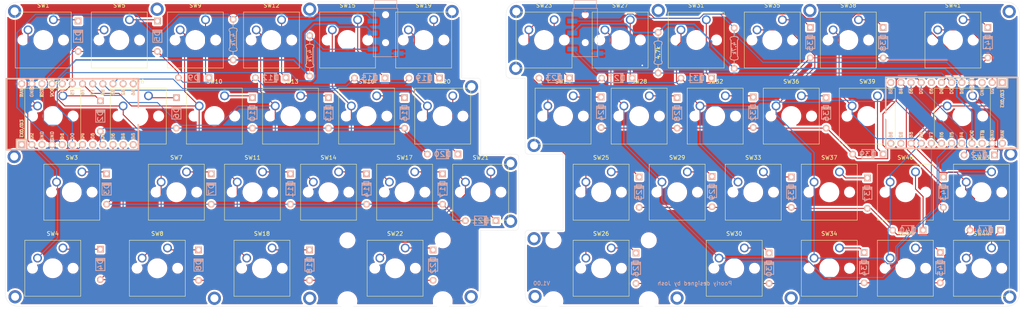
<source format=kicad_pcb>
(kicad_pcb (version 20171130) (host pcbnew "(5.1.10-1-10_14)")
  (layers (0 F.Cu signal) (31 B.Cu signal) (34 B.Paste user) (35 F.Paste user) (36 B.SilkS user) (37 F.SilkS user) (38 B.Mask user) (39 F.Mask user) (44 Edge.Cuts user))
  (net 0 "")
  (net 1 5V)
  (net 2 GND)
  (net 3 "Net-(D1-Pad2)")
  (net 4 "Net-(D2-Pad2)")
  (net 5 "Net-(D3-Pad2)")
  (net 6 "Net-(D4-Pad2)")
  (net 7 "Net-(D5-Pad2)")
  (net 8 "Net-(D6-Pad2)")
  (net 9 "Net-(D7-Pad2)")
  (net 10 "Net-(D8-Pad2)")
  (net 11 "Net-(D9-Pad2)")
  (net 12 "Net-(D10-Pad2)")
  (net 13 "Net-(D11-Pad2)")
  (net 14 "Net-(D12-Pad2)")
  (net 15 "Net-(D13-Pad2)")
  (net 16 "Net-(D14-Pad2)")
  (net 17 "Net-(D15-Pad2)")
  (net 18 "Net-(D16-Pad2)")
  (net 19 "Net-(D17-Pad2)")
  (net 20 "Net-(D18-Pad2)")
  (net 21 "Net-(D19-Pad2)")
  (net 22 "Net-(D20-Pad2)")
  (net 23 "Net-(D21-Pad2)")
  (net 24 "Net-(D22-Pad2)")
  (net 25 "Net-(U2-Pad24)")
  (net 26 "Net-(U2-Pad12)")
  (net 27 "Net-(U2-Pad22)")
  (net 28 "Net-(U2-Pad20)")
  (net 29 "Net-(U2-Pad14)")
  (net 30 "Net-(U2-Pad13)")
  (net 31 "Net-(U2-Pad8)")
  (net 32 "Net-(U2-Pad3)")
  (net 33 "Net-(U2-Pad1)")
  (net 34 "Net-(D23-Pad2)")
  (net 35 "Net-(D24-Pad2)")
  (net 36 "Net-(D25-Pad2)")
  (net 37 "Net-(D26-Pad2)")
  (net 38 "Net-(D27-Pad2)")
  (net 39 "Net-(D28-Pad2)")
  (net 40 "Net-(D29-Pad2)")
  (net 41 "Net-(D30-Pad2)")
  (net 42 "Net-(D31-Pad2)")
  (net 43 "Net-(D32-Pad2)")
  (net 44 "Net-(D33-Pad2)")
  (net 45 "Net-(D34-Pad2)")
  (net 46 "Net-(D35-Pad2)")
  (net 47 "Net-(D36-Pad2)")
  (net 48 "Net-(D37-Pad2)")
  (net 49 "Net-(D38-Pad2)")
  (net 50 "Net-(D39-Pad2)")
  (net 51 "Net-(D40-Pad2)")
  (net 52 "Net-(D41-Pad2)")
  (net 53 "Net-(D42-Pad2)")
  (net 54 "Net-(D43-Pad2)")
  (net 55 "Net-(D44-Pad2)")
  (net 56 "Net-(U3-Pad24)")
  (net 57 "Net-(U3-Pad12)")
  (net 58 "Net-(U3-Pad22)")
  (net 59 "Net-(U3-Pad20)")
  (net 60 "Net-(U3-Pad14)")
  (net 61 "Net-(U3-Pad13)")
  (net 62 "Net-(U3-Pad8)")
  (net 63 "Net-(U3-Pad3)")
  (net 64 "Net-(U3-Pad1)")
  (net 65 LROW0)
  (net 66 LROW1)
  (net 67 LROW2)
  (net 68 LROW3)
  (net 69 RROW0)
  (net 70 RROW1)
  (net 71 RROW2)
  (net 72 RROW3)
  (net 73 LSCL)
  (net 74 LSDA)
  (net 75 RSCL)
  (net 76 RSDA)
  (net 77 LCOL0)
  (net 78 LCOL1)
  (net 79 LCOL2)
  (net 80 LCOL3)
  (net 81 LCOL4)
  (net 82 LCOL5)
  (net 83 RCOL0)
  (net 84 RCOL1)
  (net 85 RCOL2)
  (net 86 RCOL3)
  (net 87 RCOL4)
  (net 88 RCOL5)
  (net 89 "Net-(D45-Pad2)")
  (module Connectors:1X01_2MM (layer F.Cu) (at 221.361 37.846)
    (fp_text reference >NAME hide)
    (fp_text value >VALUE hide)
    (pad 1 thru_hole circle (at 0 0) (size 3.302 3.302) (drill 1.99898) (layers *.Cu *.Mask))
  )
  (module Connectors:1X01_2MM (layer F.Cu) (at 183.388 37.846)
    (fp_text reference >NAME hide)
    (fp_text value >VALUE hide)
    (pad 1 thru_hole circle (at 0 0) (size 3.302 3.302) (drill 1.99898) (layers *.Cu *.Mask))
  )
  (module Connectors:1X01_2MM (layer F.Cu) (at 216.662 109.855)
    (fp_text reference >NAME hide)
    (fp_text value >VALUE hide)
    (pad 1 thru_hole circle (at 0 0) (size 3.302 3.302) (drill 1.99898) (layers *.Cu *.Mask))
  )
  (module Connectors:1X01_2MM (layer F.Cu) (at 188.087 109.855)
    (fp_text reference >NAME hide)
    (fp_text value >VALUE hide)
    (pad 1 thru_hole circle (at 0 0) (size 3.302 3.302) (drill 1.99898) (layers *.Cu *.Mask))
  )
  (module Connectors:1X01_2MM (layer F.Cu) (at 271.272 38.1)
    (fp_text reference >NAME hide)
    (fp_text value >VALUE hide)
    (pad 1 thru_hole circle (at 0 0) (size 3.302 3.302) (drill 1.99898) (layers *.Cu *.Mask))
  )
  (module Connectors:1X01_2MM (layer F.Cu) (at 271.653 73.787)
    (fp_text reference >NAME hide)
    (fp_text value >VALUE hide)
    (pad 1 thru_hole circle (at 0 0) (size 3.302 3.302) (drill 1.99898) (layers *.Cu *.Mask))
  )
  (module Connectors:1X01_2MM (layer F.Cu) (at 271.399 109.601)
    (fp_text reference >NAME hide)
    (fp_text value >VALUE hide)
    (pad 1 thru_hole circle (at 0 0) (size 3.302 3.302) (drill 1.99898) (layers *.Cu *.Mask))
  )
  (module Connectors:1X01_2MM (layer F.Cu) (at 152.527 109.474)
    (fp_text reference >NAME hide)
    (fp_text value >VALUE hide)
    (pad 1 thru_hole circle (at 0 0) (size 3.302 3.302) (drill 1.99898) (layers *.Cu *.Mask))
  )
  (module Connectors:1X01_2MM (layer F.Cu) (at 152.273 94.996)
    (fp_text reference >NAME hide)
    (fp_text value >VALUE hide)
    (pad 1 thru_hole circle (at 0 0) (size 3.302 3.302) (drill 1.99898) (layers *.Cu *.Mask))
  )
  (module Connectors:1X01_2MM (layer F.Cu) (at 152.273 71.628)
    (fp_text reference >NAME hide)
    (fp_text value >VALUE hide)
    (pad 1 thru_hole circle (at 0 0) (size 3.302 3.302) (drill 1.99898) (layers *.Cu *.Mask))
  )
  (module Connectors:1X01_2MM (layer F.Cu) (at 147.701 52.324)
    (fp_text reference >NAME hide)
    (fp_text value >VALUE hide)
    (pad 1 thru_hole circle (at 0 0) (size 3.302 3.302) (drill 1.99898) (layers *.Cu *.Mask))
  )
  (module Connectors:1X01_2MM (layer F.Cu) (at 147.828 38.1)
    (fp_text reference >NAME hide)
    (fp_text value >VALUE hide)
    (pad 1 thru_hole circle (at 0 0) (size 3.302 3.302) (drill 1.99898) (layers *.Cu *.Mask))
  )
  (module Keebio-Parts:TRRS-PJ-320D (layer B.Cu) (at 165.1 37.29375 180)
    (fp_text reference U4)
    (fp_text value TRRS)
    (pad 1 smd rect (at -3.25 -11.3 180) (size 2.5 1.2) (layers B.Cu B.Paste B.Mask) (net 2 GND))
    (pad 2 smd rect (at 3.25 -10.2 180) (size 2.5 1.2) (layers B.Cu B.Paste B.Mask) (net 75 RSCL))
    (pad 4 smd rect (at 3.25 -3.2 180) (size 2.5 1.2) (layers B.Cu B.Paste B.Mask) (net 76 RSDA))
    (pad "" np_thru_hole circle (at 0 -8.6 180) (size 0.8 0.8) (drill 0.8) (layers *.Cu *.Mask))
    (pad "" np_thru_hole circle (at 0 -1.6 180) (size 0.8 0.8) (drill 0.8) (layers *.Cu *.Mask))
    (pad 3 smd rect (at 3.25 -6.2 180) (size 2.5 1.2) (layers B.Cu B.Paste B.Mask) (net 1 5V))
  )
  (module Keebio-Parts:ArduinoProMicro (layer F.Cu) (at 255.5875 63.5 180)
    (fp_text reference U3 hide)
    (fp_text value ProMicro hide)
    (fp_text user D2 (at -11.43 5.461 90) (layer B.SilkS) (effects (font (size 0.8 0.8)) (justify mirror)))
    (fp_text user D0 (at -1.27 5.461 90) (layer B.SilkS) (effects (font (size 0.8 0.8)) (justify mirror)))
    (fp_text user D1 (at -3.81 5.461 90) (layer B.SilkS) (effects (font (size 0.8 0.8)) (justify mirror)))
    (fp_text user GND (at -6.35 5.461 90) (layer B.SilkS) (effects (font (size 0.8 0.8)) (justify mirror)))
    (fp_text user GND (at -8.89 5.461 90) (layer B.SilkS) (effects (font (size 0.8 0.8)) (justify mirror)))
    (fp_text user D4 (at 1.27 5.461 90) (layer B.SilkS) (effects (font (size 0.8 0.8)) (justify mirror)))
    (fp_text user C6 (at 3.81 5.461 90) (layer B.SilkS) (effects (font (size 0.8 0.8)) (justify mirror)))
    (fp_text user D7 (at 6.35 5.461 90) (layer B.SilkS) (effects (font (size 0.8 0.8)) (justify mirror)))
    (fp_text user E6 (at 8.89 5.461 90) (layer B.SilkS) (effects (font (size 0.8 0.8)) (justify mirror)))
    (fp_text user B4 (at 11.43 5.461 90) (layer B.SilkS) (effects (font (size 0.8 0.8)) (justify mirror)))
    (fp_text user B5 (at 13.97 5.461 90) (layer B.SilkS) (effects (font (size 0.8 0.8)) (justify mirror)))
    (fp_text user B6 (at 13.97 -5.461 90) (layer B.SilkS) (effects (font (size 0.8 0.8)) (justify mirror)))
    (fp_text user B2 (at 11.43 -5.461 90) (layer F.SilkS) (effects (font (size 0.8 0.8))))
    (fp_text user B3 (at 8.89 -5.461 90) (layer B.SilkS) (effects (font (size 0.8 0.8)) (justify mirror)))
    (fp_text user B1 (at 6.35 -5.461 90) (layer B.SilkS) (effects (font (size 0.8 0.8)) (justify mirror)))
    (fp_text user F7 (at 3.81 -5.461 90) (layer F.SilkS) (effects (font (size 0.8 0.8))))
    (fp_text user F6 (at 1.27 -5.461 90) (layer F.SilkS) (effects (font (size 0.8 0.8))))
    (fp_text user F5 (at -1.27 -5.461 90) (layer F.SilkS) (effects (font (size 0.8 0.8))))
    (fp_text user F4 (at -3.81 -5.461 90) (layer B.SilkS) (effects (font (size 0.8 0.8)) (justify mirror)))
    (fp_text user VCC (at -6.35 -5.461 90) (layer B.SilkS) (effects (font (size 0.8 0.8)) (justify mirror)))
    (fp_text user GND (at -11.43 -5.461 90) (layer B.SilkS) (effects (font (size 0.8 0.8)) (justify mirror)))
    (fp_text user RAW (at -13.97 -5.461 90) (layer B.SilkS) (effects (font (size 0.8 0.8)) (justify mirror)))
    (fp_text user RAW (at -13.97 -5.461 90) (layer F.SilkS) (effects (font (size 0.8 0.8))))
    (fp_text user GND (at -11.43 -5.461 90) (layer F.SilkS) (effects (font (size 0.8 0.8))))
    (fp_text user ST (at -8.92 -5.73312 90) (layer F.SilkS) (effects (font (size 0.8 0.8))))
    (fp_text user VCC (at -6.35 -5.461 90) (layer F.SilkS) (effects (font (size 0.8 0.8))))
    (fp_text user F4 (at -3.81 -5.461 90) (layer F.SilkS) (effects (font (size 0.8 0.8))))
    (fp_text user F5 (at -1.27 -5.461 90) (layer B.SilkS) (effects (font (size 0.8 0.8)) (justify mirror)))
    (fp_text user F6 (at 1.27 -5.461 90) (layer B.SilkS) (effects (font (size 0.8 0.8)) (justify mirror)))
    (fp_text user F7 (at 3.81 -5.461 90) (layer B.SilkS) (effects (font (size 0.8 0.8)) (justify mirror)))
    (fp_text user B1 (at 6.35 -5.461 90) (layer F.SilkS) (effects (font (size 0.8 0.8))))
    (fp_text user B3 (at 8.89 -5.461 90) (layer F.SilkS) (effects (font (size 0.8 0.8))))
    (fp_text user B2 (at 11.43 -5.461 90) (layer B.SilkS) (effects (font (size 0.8 0.8)) (justify mirror)))
    (fp_text user B6 (at 13.97 -5.461 90) (layer F.SilkS) (effects (font (size 0.8 0.8))))
    (fp_text user B5 (at 13.97 5.461 90) (layer F.SilkS) (effects (font (size 0.8 0.8))))
    (fp_text user B4 (at 11.43 5.461 90) (layer F.SilkS) (effects (font (size 0.8 0.8))))
    (fp_text user E6 (at 8.89 5.461 90) (layer F.SilkS) (effects (font (size 0.8 0.8))))
    (fp_text user D7 (at 6.35 5.461 90) (layer F.SilkS) (effects (font (size 0.8 0.8))))
    (fp_text user C6 (at 3.81 5.461 90) (layer F.SilkS) (effects (font (size 0.8 0.8))))
    (fp_text user D4 (at 1.27 5.461 90) (layer F.SilkS) (effects (font (size 0.8 0.8))))
    (fp_text user GND (at -8.89 5.461 90) (layer F.SilkS) (effects (font (size 0.8 0.8))))
    (fp_text user GND (at -6.35 5.461 90) (layer F.SilkS) (effects (font (size 0.8 0.8))))
    (fp_text user D1 (at -3.81 5.461 90) (layer F.SilkS) (effects (font (size 0.8 0.8))))
    (fp_text user D0 (at -1.27 5.461 90) (layer F.SilkS) (effects (font (size 0.8 0.8))))
    (fp_text user D2 (at -11.43 5.461 90) (layer F.SilkS) (effects (font (size 0.8 0.8))))
    (fp_text user TX0/D3 (at -13.97 3.571872 90) (layer B.SilkS) (effects (font (size 0.8 0.8)) (justify mirror)))
    (fp_text user TX0/D3 (at -13.97 3.571872 90) (layer F.SilkS) (effects (font (size 0.8 0.8))))
    (fp_text user ST (at -8.91 -5.04 90) (layer B.SilkS) (effects (font (size 0.8 0.8)) (justify mirror)))
    (pad 1 thru_hole rect (at -13.97 7.62 180) (size 1.7526 1.7526) (drill 1.0922) (layers *.Cu *.SilkS *.Mask) (net 64 "Net-(U3-Pad1)"))
    (pad 2 thru_hole circle (at -11.43 7.62 180) (size 1.7526 1.7526) (drill 1.0922) (layers *.Cu *.SilkS *.Mask) (net 83 RCOL0))
    (pad 3 thru_hole circle (at -8.89 7.62 180) (size 1.7526 1.7526) (drill 1.0922) (layers *.Cu *.SilkS *.Mask) (net 63 "Net-(U3-Pad3)"))
    (pad 4 thru_hole circle (at -6.35 7.62 180) (size 1.7526 1.7526) (drill 1.0922) (layers *.Cu *.SilkS *.Mask) (net 2 GND))
    (pad 5 thru_hole circle (at -3.81 7.62 180) (size 1.7526 1.7526) (drill 1.0922) (layers *.Cu *.SilkS *.Mask) (net 76 RSDA))
    (pad 6 thru_hole circle (at -1.27 7.62 180) (size 1.7526 1.7526) (drill 1.0922) (layers *.Cu *.SilkS *.Mask) (net 75 RSCL))
    (pad 7 thru_hole circle (at 1.27 7.62 180) (size 1.7526 1.7526) (drill 1.0922) (layers *.Cu *.SilkS *.Mask) (net 69 RROW0))
    (pad 8 thru_hole circle (at 3.81 7.62 180) (size 1.7526 1.7526) (drill 1.0922) (layers *.Cu *.SilkS *.Mask) (net 62 "Net-(U3-Pad8)"))
    (pad 9 thru_hole circle (at 6.35 7.62 180) (size 1.7526 1.7526) (drill 1.0922) (layers *.Cu *.SilkS *.Mask) (net 70 RROW1))
    (pad 10 thru_hole circle (at 8.89 7.62 180) (size 1.7526 1.7526) (drill 1.0922) (layers *.Cu *.SilkS *.Mask) (net 71 RROW2))
    (pad 11 thru_hole circle (at 11.43 7.62 180) (size 1.7526 1.7526) (drill 1.0922) (layers *.Cu *.SilkS *.Mask) (net 72 RROW3))
    (pad 13 thru_hole circle (at 13.97 -7.62 180) (size 1.7526 1.7526) (drill 1.0922) (layers *.Cu *.SilkS *.Mask) (net 61 "Net-(U3-Pad13)"))
    (pad 14 thru_hole circle (at 11.43 -7.62 180) (size 1.7526 1.7526) (drill 1.0922) (layers *.Cu *.SilkS *.Mask) (net 60 "Net-(U3-Pad14)"))
    (pad 15 thru_hole circle (at 8.89 -7.62 180) (size 1.7526 1.7526) (drill 1.0922) (layers *.Cu *.SilkS *.Mask) (net 88 RCOL5))
    (pad 16 thru_hole circle (at 6.35 -7.62 180) (size 1.7526 1.7526) (drill 1.0922) (layers *.Cu *.SilkS *.Mask) (net 87 RCOL4))
    (pad 17 thru_hole circle (at 3.81 -7.62 180) (size 1.7526 1.7526) (drill 1.0922) (layers *.Cu *.SilkS *.Mask) (net 86 RCOL3))
    (pad 18 thru_hole circle (at 1.27 -7.62 180) (size 1.7526 1.7526) (drill 1.0922) (layers *.Cu *.SilkS *.Mask) (net 85 RCOL2))
    (pad 19 thru_hole circle (at -1.27 -7.62 180) (size 1.7526 1.7526) (drill 1.0922) (layers *.Cu *.SilkS *.Mask) (net 84 RCOL1))
    (pad 20 thru_hole circle (at -3.81 -7.62 180) (size 1.7526 1.7526) (drill 1.0922) (layers *.Cu *.SilkS *.Mask) (net 59 "Net-(U3-Pad20)"))
    (pad 21 thru_hole circle (at -6.35 -7.62 180) (size 1.7526 1.7526) (drill 1.0922) (layers *.Cu *.SilkS *.Mask) (net 1 5V))
    (pad 22 thru_hole circle (at -8.89 -7.62 180) (size 1.7526 1.7526) (drill 1.0922) (layers *.Cu *.SilkS *.Mask) (net 58 "Net-(U3-Pad22)"))
    (pad 23 thru_hole circle (at -11.43 -7.62 180) (size 1.7526 1.7526) (drill 1.0922) (layers *.Cu *.SilkS *.Mask) (net 2 GND))
    (pad 12 thru_hole circle (at 13.97 7.62 180) (size 1.7526 1.7526) (drill 1.0922) (layers *.Cu *.SilkS *.Mask) (net 57 "Net-(U3-Pad12)"))
    (pad 24 thru_hole circle (at -13.97 -7.62 180) (size 1.7526 1.7526) (drill 1.0922) (layers *.Cu *.SilkS *.Mask) (net 56 "Net-(U3-Pad24)"))
  )
  (module CherryMX_PCB:CherryMX_1.00u_PCB (layer F.Cu) (at 264.31875 83.34375)
    (fp_text reference SW43 (at 0 -8.6625) (layer F.SilkS))
    (fp_text value CherryMX)
    (pad "" np_thru_hole circle (at 0 0) (size 4 4) (drill 4) (layers *.Cu *.Mask))
    (pad "" np_thru_hole circle (at -5.08 0) (size 1.75 1.75) (drill 1.75) (layers *.Cu *.Mask))
    (pad "" np_thru_hole circle (at 5.08 0) (size 1.75 1.75) (drill 1.75) (layers *.Cu *.Mask))
    (pad 1 thru_hole circle (at -3.81 -2.54) (size 2.2 2.2) (drill 1.5) (layers *.Cu *.Mask) (net 88 RCOL5))
    (pad 2 thru_hole circle (at 2.54 -5.08) (size 2.2 2.2) (drill 1.5) (layers *.Cu *.Mask) (net 54 "Net-(D43-Pad2)"))
  )
  (module CherryMX_PCB:CherryMX_1.00u_PCB (layer F.Cu) (at 245.26875 83.34375)
    (fp_text reference SW40 (at 0 -8.6625) (layer F.SilkS))
    (fp_text value CherryMX)
    (pad "" np_thru_hole circle (at 0 0) (size 4 4) (drill 4) (layers *.Cu *.Mask))
    (pad "" np_thru_hole circle (at -5.08 0) (size 1.75 1.75) (drill 1.75) (layers *.Cu *.Mask))
    (pad "" np_thru_hole circle (at 5.08 0) (size 1.75 1.75) (drill 1.75) (layers *.Cu *.Mask))
    (pad 1 thru_hole circle (at -3.81 -2.54) (size 2.2 2.2) (drill 1.5) (layers *.Cu *.Mask) (net 87 RCOL4))
    (pad 2 thru_hole circle (at 2.54 -5.08) (size 2.2 2.2) (drill 1.5) (layers *.Cu *.Mask) (net 51 "Net-(D40-Pad2)"))
  )
  (module CherryMX_PCB:CherryMX_1.00u_PCB (layer F.Cu) (at 235.74375 64.29375)
    (fp_text reference SW39 (at 0 -8.6625) (layer F.SilkS))
    (fp_text value CherryMX)
    (pad "" np_thru_hole circle (at 0 0) (size 4 4) (drill 4) (layers *.Cu *.Mask))
    (pad "" np_thru_hole circle (at -5.08 0) (size 1.75 1.75) (drill 1.75) (layers *.Cu *.Mask))
    (pad "" np_thru_hole circle (at 5.08 0) (size 1.75 1.75) (drill 1.75) (layers *.Cu *.Mask))
    (pad 1 thru_hole circle (at -3.81 -2.54) (size 2.2 2.2) (drill 1.5) (layers *.Cu *.Mask) (net 87 RCOL4))
    (pad 2 thru_hole circle (at 2.54 -5.08) (size 2.2 2.2) (drill 1.5) (layers *.Cu *.Mask) (net 50 "Net-(D39-Pad2)"))
  )
  (module CherryMX_PCB:CherryMX_1.00u_PCB (layer F.Cu) (at 230.98125 45.24375)
    (fp_text reference SW38 (at 0 -8.6625) (layer F.SilkS))
    (fp_text value CherryMX)
    (pad "" np_thru_hole circle (at 0 0) (size 4 4) (drill 4) (layers *.Cu *.Mask))
    (pad "" np_thru_hole circle (at -5.08 0) (size 1.75 1.75) (drill 1.75) (layers *.Cu *.Mask))
    (pad "" np_thru_hole circle (at 5.08 0) (size 1.75 1.75) (drill 1.75) (layers *.Cu *.Mask))
    (pad 1 thru_hole circle (at -3.81 -2.54) (size 2.2 2.2) (drill 1.5) (layers *.Cu *.Mask) (net 87 RCOL4))
    (pad 2 thru_hole circle (at 2.54 -5.08) (size 2.2 2.2) (drill 1.5) (layers *.Cu *.Mask) (net 49 "Net-(D38-Pad2)"))
  )
  (module CherryMX_PCB:CherryMX_1.00u_PCB (layer F.Cu) (at 226.21875 83.34375)
    (fp_text reference SW37 (at 0 -8.6625) (layer F.SilkS))
    (fp_text value CherryMX)
    (pad "" np_thru_hole circle (at 0 0) (size 4 4) (drill 4) (layers *.Cu *.Mask))
    (pad "" np_thru_hole circle (at -5.08 0) (size 1.75 1.75) (drill 1.75) (layers *.Cu *.Mask))
    (pad "" np_thru_hole circle (at 5.08 0) (size 1.75 1.75) (drill 1.75) (layers *.Cu *.Mask))
    (pad 1 thru_hole circle (at -3.81 -2.54) (size 2.2 2.2) (drill 1.5) (layers *.Cu *.Mask) (net 86 RCOL3))
    (pad 2 thru_hole circle (at 2.54 -5.08) (size 2.2 2.2) (drill 1.5) (layers *.Cu *.Mask) (net 48 "Net-(D37-Pad2)"))
  )
  (module CherryMX_PCB:CherryMX_1.00u_PCB (layer F.Cu) (at 216.69375 64.29375)
    (fp_text reference SW36 (at 0 -8.6625) (layer F.SilkS))
    (fp_text value CherryMX)
    (pad "" np_thru_hole circle (at 0 0) (size 4 4) (drill 4) (layers *.Cu *.Mask))
    (pad "" np_thru_hole circle (at -5.08 0) (size 1.75 1.75) (drill 1.75) (layers *.Cu *.Mask))
    (pad "" np_thru_hole circle (at 5.08 0) (size 1.75 1.75) (drill 1.75) (layers *.Cu *.Mask))
    (pad 1 thru_hole circle (at -3.81 -2.54) (size 2.2 2.2) (drill 1.5) (layers *.Cu *.Mask) (net 86 RCOL3))
    (pad 2 thru_hole circle (at 2.54 -5.08) (size 2.2 2.2) (drill 1.5) (layers *.Cu *.Mask) (net 47 "Net-(D36-Pad2)"))
  )
  (module CherryMX_PCB:CherryMX_1.00u_PCB (layer F.Cu) (at 211.93125 45.24375)
    (fp_text reference SW35 (at 0 -8.6625) (layer F.SilkS))
    (fp_text value CherryMX)
    (pad "" np_thru_hole circle (at 0 0) (size 4 4) (drill 4) (layers *.Cu *.Mask))
    (pad "" np_thru_hole circle (at -5.08 0) (size 1.75 1.75) (drill 1.75) (layers *.Cu *.Mask))
    (pad "" np_thru_hole circle (at 5.08 0) (size 1.75 1.75) (drill 1.75) (layers *.Cu *.Mask))
    (pad 1 thru_hole circle (at -3.81 -2.54) (size 2.2 2.2) (drill 1.5) (layers *.Cu *.Mask) (net 86 RCOL3))
    (pad 2 thru_hole circle (at 2.54 -5.08) (size 2.2 2.2) (drill 1.5) (layers *.Cu *.Mask) (net 46 "Net-(D35-Pad2)"))
  )
  (module CherryMX_PCB:CherryMX_1.00u_PCB (layer F.Cu) (at 207.16875 83.34375)
    (fp_text reference SW33 (at 0 -8.6625) (layer F.SilkS))
    (fp_text value CherryMX)
    (pad "" np_thru_hole circle (at 0 0) (size 4 4) (drill 4) (layers *.Cu *.Mask))
    (pad "" np_thru_hole circle (at -5.08 0) (size 1.75 1.75) (drill 1.75) (layers *.Cu *.Mask))
    (pad "" np_thru_hole circle (at 5.08 0) (size 1.75 1.75) (drill 1.75) (layers *.Cu *.Mask))
    (pad 1 thru_hole circle (at -3.81 -2.54) (size 2.2 2.2) (drill 1.5) (layers *.Cu *.Mask) (net 85 RCOL2))
    (pad 2 thru_hole circle (at 2.54 -5.08) (size 2.2 2.2) (drill 1.5) (layers *.Cu *.Mask) (net 44 "Net-(D33-Pad2)"))
  )
  (module CherryMX_PCB:CherryMX_1.00u_PCB (layer F.Cu) (at 197.64375 64.29375)
    (fp_text reference SW32 (at 0 -8.6625) (layer F.SilkS))
    (fp_text value CherryMX)
    (pad "" np_thru_hole circle (at 0 0) (size 4 4) (drill 4) (layers *.Cu *.Mask))
    (pad "" np_thru_hole circle (at -5.08 0) (size 1.75 1.75) (drill 1.75) (layers *.Cu *.Mask))
    (pad "" np_thru_hole circle (at 5.08 0) (size 1.75 1.75) (drill 1.75) (layers *.Cu *.Mask))
    (pad 1 thru_hole circle (at -3.81 -2.54) (size 2.2 2.2) (drill 1.5) (layers *.Cu *.Mask) (net 85 RCOL2))
    (pad 2 thru_hole circle (at 2.54 -5.08) (size 2.2 2.2) (drill 1.5) (layers *.Cu *.Mask) (net 43 "Net-(D32-Pad2)"))
  )
  (module CherryMX_PCB:CherryMX_1.00u_PCB (layer F.Cu) (at 192.88125 45.24375)
    (fp_text reference SW31 (at 0 -8.6625) (layer F.SilkS))
    (fp_text value CherryMX)
    (pad "" np_thru_hole circle (at 0 0) (size 4 4) (drill 4) (layers *.Cu *.Mask))
    (pad "" np_thru_hole circle (at -5.08 0) (size 1.75 1.75) (drill 1.75) (layers *.Cu *.Mask))
    (pad "" np_thru_hole circle (at 5.08 0) (size 1.75 1.75) (drill 1.75) (layers *.Cu *.Mask))
    (pad 1 thru_hole circle (at -3.81 -2.54) (size 2.2 2.2) (drill 1.5) (layers *.Cu *.Mask) (net 85 RCOL2))
    (pad 2 thru_hole circle (at 2.54 -5.08) (size 2.2 2.2) (drill 1.5) (layers *.Cu *.Mask) (net 42 "Net-(D31-Pad2)"))
  )
  (module CherryMX_PCB:CherryMX_1.50u_PCB (layer F.Cu) (at 202.40625 102.39375)
    (fp_text reference SW30 (at 0 -8.6625) (layer F.SilkS))
    (fp_text value CherryMX)
    (pad "" np_thru_hole circle (at 0 0) (size 4 4) (drill 4) (layers *.Cu *.Mask))
    (pad "" np_thru_hole circle (at -5.08 0) (size 1.75 1.75) (drill 1.75) (layers *.Cu *.Mask))
    (pad "" np_thru_hole circle (at 5.08 0) (size 1.75 1.75) (drill 1.75) (layers *.Cu *.Mask))
    (pad 1 thru_hole circle (at -3.81 -2.54) (size 2.2 2.2) (drill 1.5) (layers *.Cu *.Mask) (net 84 RCOL1))
    (pad 2 thru_hole circle (at 2.54 -5.08) (size 2.2 2.2) (drill 1.5) (layers *.Cu *.Mask) (net 41 "Net-(D30-Pad2)"))
  )
  (module CherryMX_PCB:CherryMX_1.00u_PCB (layer F.Cu) (at 188.11875 83.34375)
    (fp_text reference SW29 (at 0 -8.6625) (layer F.SilkS))
    (fp_text value CherryMX)
    (pad "" np_thru_hole circle (at 0 0) (size 4 4) (drill 4) (layers *.Cu *.Mask))
    (pad "" np_thru_hole circle (at -5.08 0) (size 1.75 1.75) (drill 1.75) (layers *.Cu *.Mask))
    (pad "" np_thru_hole circle (at 5.08 0) (size 1.75 1.75) (drill 1.75) (layers *.Cu *.Mask))
    (pad 1 thru_hole circle (at -3.81 -2.54) (size 2.2 2.2) (drill 1.5) (layers *.Cu *.Mask) (net 84 RCOL1))
    (pad 2 thru_hole circle (at 2.54 -5.08) (size 2.2 2.2) (drill 1.5) (layers *.Cu *.Mask) (net 40 "Net-(D29-Pad2)"))
  )
  (module CherryMX_PCB:CherryMX_1.00u_PCB (layer F.Cu) (at 178.59375 64.29375)
    (fp_text reference SW28 (at 0 -8.6625) (layer F.SilkS))
    (fp_text value CherryMX)
    (pad "" np_thru_hole circle (at 0 0) (size 4 4) (drill 4) (layers *.Cu *.Mask))
    (pad "" np_thru_hole circle (at -5.08 0) (size 1.75 1.75) (drill 1.75) (layers *.Cu *.Mask))
    (pad "" np_thru_hole circle (at 5.08 0) (size 1.75 1.75) (drill 1.75) (layers *.Cu *.Mask))
    (pad 1 thru_hole circle (at -3.81 -2.54) (size 2.2 2.2) (drill 1.5) (layers *.Cu *.Mask) (net 84 RCOL1))
    (pad 2 thru_hole circle (at 2.54 -5.08) (size 2.2 2.2) (drill 1.5) (layers *.Cu *.Mask) (net 39 "Net-(D28-Pad2)"))
  )
  (module CherryMX_PCB:CherryMX_1.00u_PCB (layer F.Cu) (at 173.83125 45.24375)
    (fp_text reference SW27 (at 0 -8.6625) (layer F.SilkS))
    (fp_text value CherryMX)
    (pad "" np_thru_hole circle (at 0 0) (size 4 4) (drill 4) (layers *.Cu *.Mask))
    (pad "" np_thru_hole circle (at -5.08 0) (size 1.75 1.75) (drill 1.75) (layers *.Cu *.Mask))
    (pad "" np_thru_hole circle (at 5.08 0) (size 1.75 1.75) (drill 1.75) (layers *.Cu *.Mask))
    (pad 1 thru_hole circle (at -3.81 -2.54) (size 2.2 2.2) (drill 1.5) (layers *.Cu *.Mask) (net 84 RCOL1))
    (pad 2 thru_hole circle (at 2.54 -5.08) (size 2.2 2.2) (drill 1.5) (layers *.Cu *.Mask) (net 38 "Net-(D27-Pad2)"))
  )
  (module CherryMX_PCB:CherryMX_1.00u_PCB (layer F.Cu) (at 154.78125 45.24375)
    (fp_text reference SW23 (at 0 -8.6625) (layer F.SilkS))
    (fp_text value CherryMX)
    (pad "" np_thru_hole circle (at 0 0) (size 4 4) (drill 4) (layers *.Cu *.Mask))
    (pad "" np_thru_hole circle (at -5.08 0) (size 1.75 1.75) (drill 1.75) (layers *.Cu *.Mask))
    (pad "" np_thru_hole circle (at 5.08 0) (size 1.75 1.75) (drill 1.75) (layers *.Cu *.Mask))
    (pad 1 thru_hole circle (at -3.81 -2.54) (size 2.2 2.2) (drill 1.5) (layers *.Cu *.Mask) (net 83 RCOL0))
    (pad 2 thru_hole circle (at 2.54 -5.08) (size 2.2 2.2) (drill 1.5) (layers *.Cu *.Mask) (net 34 "Net-(D23-Pad2)"))
  )
  (module Keebio-Parts:Resistor (layer B.Cu) (at 202.40625 47.3075 90)
    (fp_text reference R4 hide)
    (fp_text value 4.7k (at 0 0 90) (layer B.SilkS) (effects (font (thickness 0.2)) (justify mirror)))
    (pad 1 thru_hole circle (at -5.08 0 90) (size 1.651 1.651) (drill 0.9906) (layers *.Cu *.SilkS *.Mask) (net 1 5V))
    (pad 2 thru_hole circle (at 5.08 0 90) (size 1.651 1.651) (drill 0.9906) (layers *.Cu *.SilkS *.Mask) (net 76 RSDA))
  )
  (module Keebio-Parts:Resistor (layer F.Cu) (at 183.35625 48.41875 270)
    (fp_text reference R3 hide)
    (fp_text value 4.7k (at 0 0 90) (layer F.SilkS) (effects (font (thickness 0.2))))
    (pad 1 thru_hole circle (at -5.08 0 270) (size 1.651 1.651) (drill 0.9906) (layers *.Cu *.SilkS *.Mask) (net 1 5V))
    (pad 2 thru_hole circle (at 5.08 0 270) (size 1.651 1.651) (drill 0.9906) (layers *.Cu *.SilkS *.Mask) (net 75 RSCL))
  )
  (module Keebio-Parts:Diode (layer B.Cu) (at 265.27125 92.86875)
    (fp_text reference D44 (at 0 0) (layer B.SilkS) (effects (font (size 1.27 1.524) (thickness 0.2032)) (justify mirror)))
    (fp_text value D hide)
    (pad 1 thru_hole circle (at -3.81 0) (size 1.651 1.651) (drill 0.9906) (layers *.Cu *.SilkS *.Mask) (net 72 RROW3))
    (pad 2 thru_hole rect (at 3.81 0) (size 1.651 1.651) (drill 0.9906) (layers *.Cu *.SilkS *.Mask) (net 55 "Net-(D44-Pad2)"))
  )
  (module Keebio-Parts:Diode (layer B.Cu) (at 254.79375 83.34375 90)
    (fp_text reference D43 (at 0 0 90) (layer B.SilkS) (effects (font (size 1.27 1.524) (thickness 0.2032)) (justify mirror)))
    (fp_text value D hide)
    (pad 1 thru_hole circle (at -3.81 0 90) (size 1.651 1.651) (drill 0.9906) (layers *.Cu *.SilkS *.Mask) (net 71 RROW2))
    (pad 2 thru_hole rect (at 3.81 0 90) (size 1.651 1.651) (drill 0.9906) (layers *.Cu *.SilkS *.Mask) (net 54 "Net-(D43-Pad2)"))
  )
  (module Keebio-Parts:Diode (layer B.Cu) (at 263.779 74.041)
    (fp_text reference D42 (at 0 0) (layer B.SilkS) (effects (font (size 1.27 1.524) (thickness 0.2032)) (justify mirror)))
    (fp_text value D hide)
    (pad 1 thru_hole circle (at -3.81 0) (size 1.651 1.651) (drill 0.9906) (layers *.Cu *.SilkS *.Mask) (net 70 RROW1))
    (pad 2 thru_hole rect (at 3.81 0) (size 1.651 1.651) (drill 0.9906) (layers *.Cu *.SilkS *.Mask) (net 53 "Net-(D42-Pad2)"))
  )
  (module Keebio-Parts:Diode (layer B.Cu) (at 265.90625 45.87875 90)
    (fp_text reference D41 (at 0 0 90) (layer B.SilkS) (effects (font (size 1.27 1.524) (thickness 0.2032)) (justify mirror)))
    (fp_text value D hide)
    (pad 1 thru_hole circle (at -3.81 0 90) (size 1.651 1.651) (drill 0.9906) (layers *.Cu *.SilkS *.Mask) (net 69 RROW0))
    (pad 2 thru_hole rect (at 3.81 0 90) (size 1.651 1.651) (drill 0.9906) (layers *.Cu *.SilkS *.Mask) (net 52 "Net-(D41-Pad2)"))
  )
  (module Keebio-Parts:Diode (layer B.Cu) (at 245.90375 92.86875)
    (fp_text reference D40 (at 0 0) (layer B.SilkS) (effects (font (size 1.27 1.524) (thickness 0.2032)) (justify mirror)))
    (fp_text value D hide)
    (pad 2 thru_hole rect (at 3.81 0) (size 1.651 1.651) (drill 0.9906) (layers *.Cu *.SilkS *.Mask) (net 51 "Net-(D40-Pad2)"))
    (pad 1 thru_hole circle (at -3.81 0) (size 1.651 1.651) (drill 0.9906) (layers *.Cu *.SilkS *.Mask) (net 71 RROW2))
  )
  (module Keebio-Parts:Diode (layer B.Cu) (at 235.9025 73.81875)
    (fp_text reference D39 (at 0 0) (layer B.SilkS) (effects (font (size 1.27 1.524) (thickness 0.2032)) (justify mirror)))
    (fp_text value D hide)
    (pad 1 thru_hole circle (at -3.81 0) (size 1.651 1.651) (drill 0.9906) (layers *.Cu *.SilkS *.Mask) (net 70 RROW1))
    (pad 2 thru_hole rect (at 3.81 0) (size 1.651 1.651) (drill 0.9906) (layers *.Cu *.SilkS *.Mask) (net 50 "Net-(D39-Pad2)"))
  )
  (module Keebio-Parts:Diode (layer B.Cu) (at 239.7125 45.87875 90)
    (fp_text reference D38 (at 0 0 90) (layer B.SilkS) (effects (font (size 1.27 1.524) (thickness 0.2032)) (justify mirror)))
    (fp_text value D hide)
    (pad 1 thru_hole circle (at -3.81 0 90) (size 1.651 1.651) (drill 0.9906) (layers *.Cu *.SilkS *.Mask) (net 69 RROW0))
    (pad 2 thru_hole rect (at 3.81 0 90) (size 1.651 1.651) (drill 0.9906) (layers *.Cu *.SilkS *.Mask) (net 49 "Net-(D38-Pad2)"))
  )
  (module Keebio-Parts:Diode (layer B.Cu) (at 235.74375 83.597 90)
    (fp_text reference D37 (at 0 0 90) (layer B.SilkS) (effects (font (size 1.27 1.524) (thickness 0.2032)) (justify mirror)))
    (fp_text value D hide)
    (pad 2 thru_hole rect (at 3.81 0 90) (size 1.651 1.651) (drill 0.9906) (layers *.Cu *.SilkS *.Mask) (net 48 "Net-(D37-Pad2)"))
    (pad 1 thru_hole circle (at -3.81 0 90) (size 1.651 1.651) (drill 0.9906) (layers *.Cu *.SilkS *.Mask) (net 71 RROW2))
  )
  (module Keebio-Parts:Diode (layer B.Cu) (at 225.425 63.5 90)
    (fp_text reference D36 (at 0 0 90) (layer B.SilkS) (effects (font (size 1.27 1.524) (thickness 0.2032)) (justify mirror)))
    (fp_text value D hide)
    (pad 1 thru_hole circle (at -3.81 0 90) (size 1.651 1.651) (drill 0.9906) (layers *.Cu *.SilkS *.Mask) (net 70 RROW1))
    (pad 2 thru_hole rect (at 3.81 0 90) (size 1.651 1.651) (drill 0.9906) (layers *.Cu *.SilkS *.Mask) (net 47 "Net-(D36-Pad2)"))
  )
  (module Keebio-Parts:Diode (layer B.Cu) (at 221.45625 45.87875 90)
    (fp_text reference D35 (at 0 0 90) (layer B.SilkS) (effects (font (size 1.27 1.524) (thickness 0.2032)) (justify mirror)))
    (fp_text value D hide)
    (pad 2 thru_hole rect (at 3.81 0 90) (size 1.651 1.651) (drill 0.9906) (layers *.Cu *.SilkS *.Mask) (net 46 "Net-(D35-Pad2)"))
    (pad 1 thru_hole circle (at -3.81 0 90) (size 1.651 1.651) (drill 0.9906) (layers *.Cu *.SilkS *.Mask) (net 69 RROW0))
  )
  (module Keebio-Parts:Diode (layer B.Cu) (at 234.95 102.235 90)
    (fp_text reference D34 (at 0 0 90) (layer B.SilkS) (effects (font (size 1.27 1.524) (thickness 0.2032)) (justify mirror)))
    (fp_text value D hide)
    (pad 1 thru_hole circle (at -3.81 0 90) (size 1.651 1.651) (drill 0.9906) (layers *.Cu *.SilkS *.Mask) (net 72 RROW3))
    (pad 2 thru_hole rect (at 3.81 0 90) (size 1.651 1.651) (drill 0.9906) (layers *.Cu *.SilkS *.Mask) (net 45 "Net-(D34-Pad2)"))
  )
  (module Keebio-Parts:Diode (layer B.Cu) (at 216.69375 83.34375 90)
    (fp_text reference D33 (at 0 0 90) (layer B.SilkS) (effects (font (size 1.27 1.524) (thickness 0.2032)) (justify mirror)))
    (fp_text value D hide)
    (pad 1 thru_hole circle (at -3.81 0 90) (size 1.651 1.651) (drill 0.9906) (layers *.Cu *.SilkS *.Mask) (net 71 RROW2))
    (pad 2 thru_hole rect (at 3.81 0 90) (size 1.651 1.651) (drill 0.9906) (layers *.Cu *.SilkS *.Mask) (net 44 "Net-(D33-Pad2)"))
  )
  (module Keebio-Parts:Diode (layer B.Cu) (at 207.16875 63.34125 90)
    (fp_text reference D32 (at 0 0 90) (layer B.SilkS) (effects (font (size 1.27 1.524) (thickness 0.2032)) (justify mirror)))
    (fp_text value D hide)
    (pad 1 thru_hole circle (at -3.81 0 90) (size 1.651 1.651) (drill 0.9906) (layers *.Cu *.SilkS *.Mask) (net 70 RROW1))
    (pad 2 thru_hole rect (at 3.81 0 90) (size 1.651 1.651) (drill 0.9906) (layers *.Cu *.SilkS *.Mask) (net 43 "Net-(D32-Pad2)"))
  )
  (module Keebio-Parts:Diode (layer B.Cu) (at 192.88125 54.76875)
    (fp_text reference D31 (at 0 0) (layer B.SilkS) (effects (font (size 1.27 1.524) (thickness 0.2032)) (justify mirror)))
    (fp_text value D hide)
    (pad 1 thru_hole circle (at -3.81 0) (size 1.651 1.651) (drill 0.9906) (layers *.Cu *.SilkS *.Mask) (net 69 RROW0))
    (pad 2 thru_hole rect (at 3.81 0) (size 1.651 1.651) (drill 0.9906) (layers *.Cu *.SilkS *.Mask) (net 42 "Net-(D31-Pad2)"))
  )
  (module Keebio-Parts:Diode (layer B.Cu) (at 211.1375 102.39375 90)
    (fp_text reference D30 (at 0 0 90) (layer B.SilkS) (effects (font (size 1.27 1.524) (thickness 0.2032)) (justify mirror)))
    (fp_text value D hide)
    (pad 2 thru_hole rect (at 3.81 0 90) (size 1.651 1.651) (drill 0.9906) (layers *.Cu *.SilkS *.Mask) (net 41 "Net-(D30-Pad2)"))
    (pad 1 thru_hole circle (at -3.81 0 90) (size 1.651 1.651) (drill 0.9906) (layers *.Cu *.SilkS *.Mask) (net 72 RROW3))
  )
  (module Keebio-Parts:Diode (layer B.Cu) (at 196.85 83.185 90)
    (fp_text reference D29 (at 0 0 90) (layer B.SilkS) (effects (font (size 1.27 1.524) (thickness 0.2032)) (justify mirror)))
    (fp_text value D hide)
    (pad 1 thru_hole circle (at -3.81 0 90) (size 1.651 1.651) (drill 0.9906) (layers *.Cu *.SilkS *.Mask) (net 71 RROW2))
    (pad 2 thru_hole rect (at 3.81 0 90) (size 1.651 1.651) (drill 0.9906) (layers *.Cu *.SilkS *.Mask) (net 40 "Net-(D29-Pad2)"))
  )
  (module Keebio-Parts:Diode (layer B.Cu) (at 188.11875 63.5 90)
    (fp_text reference D28 (at 0 0 90) (layer B.SilkS) (effects (font (size 1.27 1.524) (thickness 0.2032)) (justify mirror)))
    (fp_text value D hide)
    (pad 1 thru_hole circle (at -3.81 0 90) (size 1.651 1.651) (drill 0.9906) (layers *.Cu *.SilkS *.Mask) (net 70 RROW1))
    (pad 2 thru_hole rect (at 3.81 0 90) (size 1.651 1.651) (drill 0.9906) (layers *.Cu *.SilkS *.Mask) (net 39 "Net-(D28-Pad2)"))
  )
  (module Keebio-Parts:Diode (layer B.Cu) (at 173.0375 54.76875)
    (fp_text reference D27 (at 0 0) (layer B.SilkS) (effects (font (size 1.27 1.524) (thickness 0.2032)) (justify mirror)))
    (fp_text value D hide)
    (pad 1 thru_hole circle (at -3.81 0) (size 1.651 1.651) (drill 0.9906) (layers *.Cu *.SilkS *.Mask) (net 69 RROW0))
    (pad 2 thru_hole rect (at 3.81 0) (size 1.651 1.651) (drill 0.9906) (layers *.Cu *.SilkS *.Mask) (net 38 "Net-(D27-Pad2)"))
  )
  (module Keebio-Parts:Diode (layer B.Cu) (at 177.8 102.39375 90)
    (fp_text reference D26 (at 0 0 90) (layer B.SilkS) (effects (font (size 1.27 1.524) (thickness 0.2032)) (justify mirror)))
    (fp_text value D hide)
    (pad 1 thru_hole circle (at -3.81 0 90) (size 1.651 1.651) (drill 0.9906) (layers *.Cu *.SilkS *.Mask) (net 72 RROW3))
    (pad 2 thru_hole rect (at 3.81 0 90) (size 1.651 1.651) (drill 0.9906) (layers *.Cu *.SilkS *.Mask) (net 37 "Net-(D26-Pad2)"))
  )
  (module Keebio-Parts:Diode (layer B.Cu) (at 178.59375 83.34375 90)
    (fp_text reference D25 (at 0 0 90) (layer B.SilkS) (effects (font (size 1.27 1.524) (thickness 0.2032)) (justify mirror)))
    (fp_text value D hide)
    (pad 1 thru_hole circle (at -3.81 0 90) (size 1.651 1.651) (drill 0.9906) (layers *.Cu *.SilkS *.Mask) (net 71 RROW2))
    (pad 2 thru_hole rect (at 3.81 0 90) (size 1.651 1.651) (drill 0.9906) (layers *.Cu *.SilkS *.Mask) (net 36 "Net-(D25-Pad2)"))
  )
  (module Keebio-Parts:Diode (layer B.Cu) (at 169.06875 63.34125 90)
    (fp_text reference D24 (at 0 0 90) (layer B.SilkS) (effects (font (size 1.27 1.524) (thickness 0.2032)) (justify mirror)))
    (fp_text value D hide)
    (pad 1 thru_hole circle (at -3.81 0 90) (size 1.651 1.651) (drill 0.9906) (layers *.Cu *.SilkS *.Mask) (net 70 RROW1))
    (pad 2 thru_hole rect (at 3.81 0 90) (size 1.651 1.651) (drill 0.9906) (layers *.Cu *.SilkS *.Mask) (net 35 "Net-(D24-Pad2)"))
  )
  (module Keebio-Parts:Diode (layer B.Cu) (at 157.32125 54.76875)
    (fp_text reference D23 (at 0 0) (layer B.SilkS) (effects (font (size 1.27 1.524) (thickness 0.2032)) (justify mirror)))
    (fp_text value D hide)
    (pad 1 thru_hole circle (at -3.81 0) (size 1.651 1.651) (drill 0.9906) (layers *.Cu *.SilkS *.Mask) (net 69 RROW0))
    (pad 2 thru_hole rect (at 3.81 0) (size 1.651 1.651) (drill 0.9906) (layers *.Cu *.SilkS *.Mask) (net 34 "Net-(D23-Pad2)"))
  )
  (module Connectors:1X01_2MM (layer F.Cu) (at 96.10725 109.9185)
    (fp_text reference >NAME hide)
    (fp_text value >VALUE hide)
    (pad 1 thru_hole circle (at 0 0) (size 3.302 3.302) (drill 1.99898) (layers *.Cu *.Mask))
  )
  (module Connectors:1X01_2MM (layer F.Cu) (at 72.23125 109.9185)
    (fp_text reference >NAME hide)
    (fp_text value >VALUE hide)
    (pad 1 thru_hole circle (at 0 0) (size 3.302 3.302) (drill 1.99898) (layers *.Cu *.Mask))
  )
  (module Connectors:1X01_2MM (layer F.Cu) (at 96.10725 37.5285)
    (fp_text reference >NAME hide)
    (fp_text value >VALUE hide)
    (pad 1 thru_hole circle (at 0 0) (size 3.302 3.302) (drill 1.99898) (layers *.Cu *.Mask))
  )
  (module Connectors:1X01_2MM (layer F.Cu) (at 57.88025 37.5285)
    (fp_text reference >NAME hide)
    (fp_text value >VALUE hide)
    (pad 1 thru_hole circle (at 0 0) (size 3.302 3.302) (drill 1.99898) (layers *.Cu *.Mask))
  )
  (module Connectors:1X01_2MM (layer F.Cu) (at 146.39925 90.6145)
    (fp_text reference >NAME hide)
    (fp_text value >VALUE hide)
    (pad 1 thru_hole circle (at 0 0) (size 3.302 3.302) (drill 1.99898) (layers *.Cu *.Mask))
  )
  (module Connectors:1X01_2MM (layer F.Cu) (at 136.62025 56.9595)
    (fp_text reference >NAME hide)
    (fp_text value >VALUE hide)
    (pad 1 thru_hole circle (at 0 0) (size 3.302 3.302) (drill 1.99898) (layers *.Cu *.Mask))
  )
  (module Connectors:1X01_2MM (layer F.Cu) (at 146.39925 76.1365)
    (fp_text reference >NAME hide)
    (fp_text value >VALUE hide)
    (pad 1 thru_hole circle (at 0 0) (size 3.302 3.302) (drill 1.99898) (layers *.Cu *.Mask))
  )
  (module Connectors:1X01_2MM (layer F.Cu) (at 131.7625 38.1)
    (fp_text reference >NAME hide)
    (fp_text value >VALUE hide)
    (pad 1 thru_hole circle (at 0 0) (size 3.302 3.302) (drill 1.99898) (layers *.Cu *.Mask))
  )
  (module Connectors:1X01_2MM (layer F.Cu) (at 136.525 109.5375)
    (fp_text reference >NAME hide)
    (fp_text value >VALUE hide)
    (pad 1 thru_hole circle (at 0 0) (size 3.302 3.302) (drill 1.99898) (layers *.Cu *.Mask))
  )
  (module Connectors:1X01_2MM (layer F.Cu) (at 22.098 74.422)
    (fp_text reference >NAME hide)
    (fp_text value >VALUE hide)
    (pad 1 thru_hole circle (at 0 0) (size 3.302 3.302) (drill 1.99898) (layers *.Cu *.Mask))
  )
  (module Connectors:1X01_2MM (layer F.Cu) (at 22.32025 109.5375)
    (fp_text reference >NAME hide)
    (fp_text value >VALUE hide)
    (pad 1 thru_hole circle (at 0 0) (size 3.302 3.302) (drill 1.99898) (layers *.Cu *.Mask))
  )
  (module Connectors:1X01_2MM (layer F.Cu) (at 22.19325 38.0365)
    (fp_text reference "" hide)
    (fp_text value >VALUE hide)
    (pad 1 thru_hole circle (at 0 0) (size 3.302 3.302) (drill 1.99898) (layers *.Cu *.Mask))
  )
  (module CherryMX_PCB_StabWireBottom:CherryMX_2.25u_PCB_StabWireBottom (layer F.Cu) (at 117.475 102.39375)
    (fp_text reference SW22 (at 0 -8.6625) (layer F.SilkS))
    (fp_text value CherryMX)
    (pad "" np_thru_hole circle (at 0 0) (size 4 4) (drill 4) (layers *.Cu *.Mask))
    (pad "" np_thru_hole circle (at -5.08 0) (size 1.75 1.75) (drill 1.75) (layers *.Cu *.Mask))
    (pad "" np_thru_hole circle (at 5.08 0) (size 1.75 1.75) (drill 1.75) (layers *.Cu *.Mask))
    (pad 1 thru_hole circle (at -3.81 -2.54) (size 2.2 2.2) (drill 1.5) (layers *.Cu *.Mask) (net 82 LCOL5))
    (pad 2 thru_hole circle (at 2.54 -5.08) (size 2.2 2.2) (drill 1.5) (layers *.Cu *.Mask) (net 24 "Net-(D22-Pad2)"))
    (pad "" np_thru_hole circle (at -11.938 -7) (size 3.05 3.05) (drill 3.05) (layers *.Cu *.Mask))
    (pad "" np_thru_hole circle (at -11.938 8.24) (size 4 4) (drill 4) (layers *.Cu *.Mask))
    (pad "" np_thru_hole circle (at 11.938 8.24) (size 4 4) (drill 4) (layers *.Cu *.Mask))
    (pad "" np_thru_hole circle (at 11.938 -7) (size 3.05 3.05) (drill 3.05) (layers *.Cu *.Mask))
  )
  (module Keebio-Parts:ArduinoProMicro (layer F.Cu) (at 37.94125 63.8175)
    (fp_text reference U2 hide)
    (fp_text value ProMicro hide)
    (fp_text user D2 (at -11.43 5.461 90) (layer B.SilkS) (effects (font (size 0.8 0.8)) (justify mirror)))
    (fp_text user D0 (at -1.27 5.461 90) (layer B.SilkS) (effects (font (size 0.8 0.8)) (justify mirror)))
    (fp_text user D1 (at -3.81 5.461 90) (layer B.SilkS) (effects (font (size 0.8 0.8)) (justify mirror)))
    (fp_text user GND (at -6.35 5.461 90) (layer B.SilkS) (effects (font (size 0.8 0.8)) (justify mirror)))
    (fp_text user GND (at -8.89 5.461 90) (layer B.SilkS) (effects (font (size 0.8 0.8)) (justify mirror)))
    (fp_text user D4 (at 1.27 5.461 90) (layer B.SilkS) (effects (font (size 0.8 0.8)) (justify mirror)))
    (fp_text user C6 (at 3.81 5.461 90) (layer B.SilkS) (effects (font (size 0.8 0.8)) (justify mirror)))
    (fp_text user D7 (at 6.35 5.461 90) (layer B.SilkS) (effects (font (size 0.8 0.8)) (justify mirror)))
    (fp_text user E6 (at 8.89 5.461 90) (layer B.SilkS) (effects (font (size 0.8 0.8)) (justify mirror)))
    (fp_text user B4 (at 11.43 5.461 90) (layer B.SilkS) (effects (font (size 0.8 0.8)) (justify mirror)))
    (fp_text user B5 (at 13.97 5.461 90) (layer B.SilkS) (effects (font (size 0.8 0.8)) (justify mirror)))
    (fp_text user B6 (at 13.97 -5.461 90) (layer B.SilkS) (effects (font (size 0.8 0.8)) (justify mirror)))
    (fp_text user B2 (at 11.43 -5.461 90) (layer F.SilkS) (effects (font (size 0.8 0.8))))
    (fp_text user B3 (at 8.89 -5.461 90) (layer B.SilkS) (effects (font (size 0.8 0.8)) (justify mirror)))
    (fp_text user B1 (at 6.35 -5.461 90) (layer B.SilkS) (effects (font (size 0.8 0.8)) (justify mirror)))
    (fp_text user F7 (at 3.81 -5.461 90) (layer F.SilkS) (effects (font (size 0.8 0.8))))
    (fp_text user F6 (at 1.27 -5.461 90) (layer F.SilkS) (effects (font (size 0.8 0.8))))
    (fp_text user F5 (at -1.27 -5.461 90) (layer F.SilkS) (effects (font (size 0.8 0.8))))
    (fp_text user F4 (at -3.81 -5.461 90) (layer B.SilkS) (effects (font (size 0.8 0.8)) (justify mirror)))
    (fp_text user VCC (at -6.35 -5.461 90) (layer B.SilkS) (effects (font (size 0.8 0.8)) (justify mirror)))
    (fp_text user GND (at -11.43 -5.461 90) (layer B.SilkS) (effects (font (size 0.8 0.8)) (justify mirror)))
    (fp_text user RAW (at -13.97 -5.461 90) (layer B.SilkS) (effects (font (size 0.8 0.8)) (justify mirror)))
    (fp_text user RAW (at -13.97 -5.461 90) (layer F.SilkS) (effects (font (size 0.8 0.8))))
    (fp_text user GND (at -11.43 -5.461 90) (layer F.SilkS) (effects (font (size 0.8 0.8))))
    (fp_text user ST (at -8.92 -5.73312 90) (layer F.SilkS) (effects (font (size 0.8 0.8))))
    (fp_text user VCC (at -6.35 -5.461 90) (layer F.SilkS) (effects (font (size 0.8 0.8))))
    (fp_text user F4 (at -3.81 -5.461 90) (layer F.SilkS) (effects (font (size 0.8 0.8))))
    (fp_text user F5 (at -1.27 -5.461 90) (layer B.SilkS) (effects (font (size 0.8 0.8)) (justify mirror)))
    (fp_text user F6 (at 1.27 -5.461 90) (layer B.SilkS) (effects (font (size 0.8 0.8)) (justify mirror)))
    (fp_text user F7 (at 3.81 -5.461 90) (layer B.SilkS) (effects (font (size 0.8 0.8)) (justify mirror)))
    (fp_text user B1 (at 6.35 -5.461 90) (layer F.SilkS) (effects (font (size 0.8 0.8))))
    (fp_text user B3 (at 8.89 -5.461 90) (layer F.SilkS) (effects (font (size 0.8 0.8))))
    (fp_text user B2 (at 11.43 -5.461 90) (layer B.SilkS) (effects (font (size 0.8 0.8)) (justify mirror)))
    (fp_text user B6 (at 13.97 -5.461 90) (layer F.SilkS) (effects (font (size 0.8 0.8))))
    (fp_text user B5 (at 13.97 5.461 90) (layer F.SilkS) (effects (font (size 0.8 0.8))))
    (fp_text user B4 (at 11.43 5.461 90) (layer F.SilkS) (effects (font (size 0.8 0.8))))
    (fp_text user E6 (at 8.89 5.461 90) (layer F.SilkS) (effects (font (size 0.8 0.8))))
    (fp_text user D7 (at 6.35 5.461 90) (layer F.SilkS) (effects (font (size 0.8 0.8))))
    (fp_text user C6 (at 3.81 5.461 90) (layer F.SilkS) (effects (font (size 0.8 0.8))))
    (fp_text user D4 (at 1.27 5.461 90) (layer F.SilkS) (effects (font (size 0.8 0.8))))
    (fp_text user GND (at -8.89 5.461 90) (layer F.SilkS) (effects (font (size 0.8 0.8))))
    (fp_text user GND (at -6.35 5.461 90) (layer F.SilkS) (effects (font (size 0.8 0.8))))
    (fp_text user D1 (at -3.81 5.461 90) (layer F.SilkS) (effects (font (size 0.8 0.8))))
    (fp_text user D0 (at -1.27 5.461 90) (layer F.SilkS) (effects (font (size 0.8 0.8))))
    (fp_text user D2 (at -11.43 5.461 90) (layer F.SilkS) (effects (font (size 0.8 0.8))))
    (fp_text user TX0/D3 (at -13.97 3.571872 90) (layer B.SilkS) (effects (font (size 0.8 0.8)) (justify mirror)))
    (fp_text user TX0/D3 (at -13.97 3.571872 90) (layer F.SilkS) (effects (font (size 0.8 0.8))))
    (fp_text user ST (at -8.91 -5.04 90) (layer B.SilkS) (effects (font (size 0.8 0.8)) (justify mirror)))
    (pad 1 thru_hole rect (at -13.97 7.62) (size 1.7526 1.7526) (drill 1.0922) (layers *.Cu *.SilkS *.Mask) (net 33 "Net-(U2-Pad1)"))
    (pad 2 thru_hole circle (at -11.43 7.62) (size 1.7526 1.7526) (drill 1.0922) (layers *.Cu *.SilkS *.Mask) (net 77 LCOL0))
    (pad 3 thru_hole circle (at -8.89 7.62) (size 1.7526 1.7526) (drill 1.0922) (layers *.Cu *.SilkS *.Mask) (net 32 "Net-(U2-Pad3)"))
    (pad 4 thru_hole circle (at -6.35 7.62) (size 1.7526 1.7526) (drill 1.0922) (layers *.Cu *.SilkS *.Mask) (net 2 GND))
    (pad 5 thru_hole circle (at -3.81 7.62) (size 1.7526 1.7526) (drill 1.0922) (layers *.Cu *.SilkS *.Mask) (net 74 LSDA))
    (pad 6 thru_hole circle (at -1.27 7.62) (size 1.7526 1.7526) (drill 1.0922) (layers *.Cu *.SilkS *.Mask) (net 73 LSCL))
    (pad 7 thru_hole circle (at 1.27 7.62) (size 1.7526 1.7526) (drill 1.0922) (layers *.Cu *.SilkS *.Mask) (net 65 LROW0))
    (pad 8 thru_hole circle (at 3.81 7.62) (size 1.7526 1.7526) (drill 1.0922) (layers *.Cu *.SilkS *.Mask) (net 31 "Net-(U2-Pad8)"))
    (pad 9 thru_hole circle (at 6.35 7.62) (size 1.7526 1.7526) (drill 1.0922) (layers *.Cu *.SilkS *.Mask) (net 66 LROW1))
    (pad 10 thru_hole circle (at 8.89 7.62) (size 1.7526 1.7526) (drill 1.0922) (layers *.Cu *.SilkS *.Mask) (net 67 LROW2))
    (pad 11 thru_hole circle (at 11.43 7.62) (size 1.7526 1.7526) (drill 1.0922) (layers *.Cu *.SilkS *.Mask) (net 68 LROW3))
    (pad 13 thru_hole circle (at 13.97 -7.62) (size 1.7526 1.7526) (drill 1.0922) (layers *.Cu *.SilkS *.Mask) (net 30 "Net-(U2-Pad13)"))
    (pad 14 thru_hole circle (at 11.43 -7.62) (size 1.7526 1.7526) (drill 1.0922) (layers *.Cu *.SilkS *.Mask) (net 29 "Net-(U2-Pad14)"))
    (pad 15 thru_hole circle (at 8.89 -7.62) (size 1.7526 1.7526) (drill 1.0922) (layers *.Cu *.SilkS *.Mask) (net 82 LCOL5))
    (pad 16 thru_hole circle (at 6.35 -7.62) (size 1.7526 1.7526) (drill 1.0922) (layers *.Cu *.SilkS *.Mask) (net 81 LCOL4))
    (pad 17 thru_hole circle (at 3.81 -7.62) (size 1.7526 1.7526) (drill 1.0922) (layers *.Cu *.SilkS *.Mask) (net 80 LCOL3))
    (pad 18 thru_hole circle (at 1.27 -7.62) (size 1.7526 1.7526) (drill 1.0922) (layers *.Cu *.SilkS *.Mask) (net 79 LCOL2))
    (pad 19 thru_hole circle (at -1.27 -7.62) (size 1.7526 1.7526) (drill 1.0922) (layers *.Cu *.SilkS *.Mask) (net 78 LCOL1))
    (pad 20 thru_hole circle (at -3.81 -7.62) (size 1.7526 1.7526) (drill 1.0922) (layers *.Cu *.SilkS *.Mask) (net 28 "Net-(U2-Pad20)"))
    (pad 21 thru_hole circle (at -6.35 -7.62) (size 1.7526 1.7526) (drill 1.0922) (layers *.Cu *.SilkS *.Mask) (net 1 5V))
    (pad 22 thru_hole circle (at -8.89 -7.62) (size 1.7526 1.7526) (drill 1.0922) (layers *.Cu *.SilkS *.Mask) (net 27 "Net-(U2-Pad22)"))
    (pad 23 thru_hole circle (at -11.43 -7.62) (size 1.7526 1.7526) (drill 1.0922) (layers *.Cu *.SilkS *.Mask) (net 2 GND))
    (pad 12 thru_hole circle (at 13.97 7.62) (size 1.7526 1.7526) (drill 1.0922) (layers *.Cu *.SilkS *.Mask) (net 26 "Net-(U2-Pad12)"))
    (pad 24 thru_hole circle (at -13.97 -7.62) (size 1.7526 1.7526) (drill 1.0922) (layers *.Cu *.SilkS *.Mask) (net 25 "Net-(U2-Pad24)"))
  )
  (module CherryMX_PCB:CherryMX_1.00u_PCB (layer F.Cu) (at 29.36875 45.24375)
    (fp_text reference SW1 (at 0 -8.6625) (layer F.SilkS))
    (fp_text value CherryMX)
    (pad "" np_thru_hole circle (at 0 0) (size 4 4) (drill 4) (layers *.Cu *.Mask))
    (pad "" np_thru_hole circle (at -5.08 0) (size 1.75 1.75) (drill 1.75) (layers *.Cu *.Mask))
    (pad "" np_thru_hole circle (at 5.08 0) (size 1.75 1.75) (drill 1.75) (layers *.Cu *.Mask))
    (pad 1 thru_hole circle (at -3.81 -2.54) (size 2.2 2.2) (drill 1.5) (layers *.Cu *.Mask) (net 77 LCOL0))
    (pad 2 thru_hole circle (at 2.54 -5.08) (size 2.2 2.2) (drill 1.5) (layers *.Cu *.Mask) (net 3 "Net-(D1-Pad2)"))
  )
  (module CherryMX_PCB:CherryMX_1.75u_PCB (layer F.Cu) (at 36.5125 83.34375)
    (fp_text reference SW3 (at 0 -8.6625) (layer F.SilkS))
    (fp_text value CherryMX)
    (pad 2 thru_hole circle (at 2.54 -5.08) (size 2.2 2.2) (drill 1.5) (layers *.Cu *.Mask) (net 5 "Net-(D3-Pad2)"))
    (pad 1 thru_hole circle (at -3.81 -2.54) (size 2.2 2.2) (drill 1.5) (layers *.Cu *.Mask) (net 77 LCOL0))
    (pad "" np_thru_hole circle (at 5.08 0) (size 1.75 1.75) (drill 1.75) (layers *.Cu *.Mask))
    (pad "" np_thru_hole circle (at -5.08 0) (size 1.75 1.75) (drill 1.75) (layers *.Cu *.Mask))
    (pad "" np_thru_hole circle (at 0 0) (size 4 4) (drill 4) (layers *.Cu *.Mask))
  )
  (module CherryMX_PCB:CherryMX_1.00u_PCB (layer F.Cu) (at 138.90625 83.34375)
    (fp_text reference SW21 (at 0 -8.6625) (layer F.SilkS))
    (fp_text value CherryMX)
    (pad "" np_thru_hole circle (at 0 0) (size 4 4) (drill 4) (layers *.Cu *.Mask))
    (pad "" np_thru_hole circle (at -5.08 0) (size 1.75 1.75) (drill 1.75) (layers *.Cu *.Mask))
    (pad "" np_thru_hole circle (at 5.08 0) (size 1.75 1.75) (drill 1.75) (layers *.Cu *.Mask))
    (pad 1 thru_hole circle (at -3.81 -2.54) (size 2.2 2.2) (drill 1.5) (layers *.Cu *.Mask) (net 82 LCOL5))
    (pad 2 thru_hole circle (at 2.54 -5.08) (size 2.2 2.2) (drill 1.5) (layers *.Cu *.Mask) (net 23 "Net-(D21-Pad2)"))
  )
  (module CherryMX_PCB:CherryMX_1.00u_PCB (layer F.Cu) (at 129.38125 64.29375)
    (fp_text reference SW20 (at 0 -8.6625) (layer F.SilkS))
    (fp_text value CherryMX)
    (pad "" np_thru_hole circle (at 0 0) (size 4 4) (drill 4) (layers *.Cu *.Mask))
    (pad "" np_thru_hole circle (at -5.08 0) (size 1.75 1.75) (drill 1.75) (layers *.Cu *.Mask))
    (pad "" np_thru_hole circle (at 5.08 0) (size 1.75 1.75) (drill 1.75) (layers *.Cu *.Mask))
    (pad 1 thru_hole circle (at -3.81 -2.54) (size 2.2 2.2) (drill 1.5) (layers *.Cu *.Mask) (net 82 LCOL5))
    (pad 2 thru_hole circle (at 2.54 -5.08) (size 2.2 2.2) (drill 1.5) (layers *.Cu *.Mask) (net 22 "Net-(D20-Pad2)"))
  )
  (module CherryMX_PCB:CherryMX_1.00u_PCB (layer F.Cu) (at 124.61875 45.24375)
    (fp_text reference SW19 (at 0 -8.6625) (layer F.SilkS))
    (fp_text value CherryMX)
    (pad "" np_thru_hole circle (at 0 0) (size 4 4) (drill 4) (layers *.Cu *.Mask))
    (pad "" np_thru_hole circle (at -5.08 0) (size 1.75 1.75) (drill 1.75) (layers *.Cu *.Mask))
    (pad "" np_thru_hole circle (at 5.08 0) (size 1.75 1.75) (drill 1.75) (layers *.Cu *.Mask))
    (pad 1 thru_hole circle (at -3.81 -2.54) (size 2.2 2.2) (drill 1.5) (layers *.Cu *.Mask) (net 82 LCOL5))
    (pad 2 thru_hole circle (at 2.54 -5.08) (size 2.2 2.2) (drill 1.5) (layers *.Cu *.Mask) (net 21 "Net-(D19-Pad2)"))
  )
  (module CherryMX_PCB:CherryMX_1.00u_PCB (layer F.Cu) (at 119.85625 83.34375)
    (fp_text reference SW17 (at 0 -8.6625) (layer F.SilkS))
    (fp_text value CherryMX)
    (pad "" np_thru_hole circle (at 0 0) (size 4 4) (drill 4) (layers *.Cu *.Mask))
    (pad "" np_thru_hole circle (at -5.08 0) (size 1.75 1.75) (drill 1.75) (layers *.Cu *.Mask))
    (pad "" np_thru_hole circle (at 5.08 0) (size 1.75 1.75) (drill 1.75) (layers *.Cu *.Mask))
    (pad 1 thru_hole circle (at -3.81 -2.54) (size 2.2 2.2) (drill 1.5) (layers *.Cu *.Mask) (net 81 LCOL4))
    (pad 2 thru_hole circle (at 2.54 -5.08) (size 2.2 2.2) (drill 1.5) (layers *.Cu *.Mask) (net 19 "Net-(D17-Pad2)"))
  )
  (module CherryMX_PCB:CherryMX_1.00u_PCB (layer F.Cu) (at 110.33125 64.29375)
    (fp_text reference SW16 (at 0 -8.6625) (layer F.SilkS))
    (fp_text value CherryMX)
    (pad "" np_thru_hole circle (at 0 0) (size 4 4) (drill 4) (layers *.Cu *.Mask))
    (pad "" np_thru_hole circle (at -5.08 0) (size 1.75 1.75) (drill 1.75) (layers *.Cu *.Mask))
    (pad "" np_thru_hole circle (at 5.08 0) (size 1.75 1.75) (drill 1.75) (layers *.Cu *.Mask))
    (pad 1 thru_hole circle (at -3.81 -2.54) (size 2.2 2.2) (drill 1.5) (layers *.Cu *.Mask) (net 81 LCOL4))
    (pad 2 thru_hole circle (at 2.54 -5.08) (size 2.2 2.2) (drill 1.5) (layers *.Cu *.Mask) (net 18 "Net-(D16-Pad2)"))
  )
  (module CherryMX_PCB:CherryMX_1.00u_PCB (layer F.Cu) (at 105.56875 45.24375)
    (fp_text reference SW15 (at 0 -8.6625) (layer F.SilkS))
    (fp_text value CherryMX)
    (pad "" np_thru_hole circle (at 0 0) (size 4 4) (drill 4) (layers *.Cu *.Mask))
    (pad "" np_thru_hole circle (at -5.08 0) (size 1.75 1.75) (drill 1.75) (layers *.Cu *.Mask))
    (pad "" np_thru_hole circle (at 5.08 0) (size 1.75 1.75) (drill 1.75) (layers *.Cu *.Mask))
    (pad 1 thru_hole circle (at -3.81 -2.54) (size 2.2 2.2) (drill 1.5) (layers *.Cu *.Mask) (net 81 LCOL4))
    (pad 2 thru_hole circle (at 2.54 -5.08) (size 2.2 2.2) (drill 1.5) (layers *.Cu *.Mask) (net 17 "Net-(D15-Pad2)"))
  )
  (module CherryMX_PCB:CherryMX_1.00u_PCB (layer F.Cu) (at 100.80625 83.34375)
    (fp_text reference SW14 (at 0 -8.6625) (layer F.SilkS))
    (fp_text value CherryMX)
    (pad "" np_thru_hole circle (at 0 0) (size 4 4) (drill 4) (layers *.Cu *.Mask))
    (pad "" np_thru_hole circle (at -5.08 0) (size 1.75 1.75) (drill 1.75) (layers *.Cu *.Mask))
    (pad "" np_thru_hole circle (at 5.08 0) (size 1.75 1.75) (drill 1.75) (layers *.Cu *.Mask))
    (pad 1 thru_hole circle (at -3.81 -2.54) (size 2.2 2.2) (drill 1.5) (layers *.Cu *.Mask) (net 80 LCOL3))
    (pad 2 thru_hole circle (at 2.54 -5.08) (size 2.2 2.2) (drill 1.5) (layers *.Cu *.Mask) (net 16 "Net-(D14-Pad2)"))
  )
  (module CherryMX_PCB:CherryMX_1.00u_PCB (layer F.Cu) (at 91.28125 64.29375)
    (fp_text reference SW13 (at 0 -8.6625) (layer F.SilkS))
    (fp_text value CherryMX)
    (pad "" np_thru_hole circle (at 0 0) (size 4 4) (drill 4) (layers *.Cu *.Mask))
    (pad "" np_thru_hole circle (at -5.08 0) (size 1.75 1.75) (drill 1.75) (layers *.Cu *.Mask))
    (pad "" np_thru_hole circle (at 5.08 0) (size 1.75 1.75) (drill 1.75) (layers *.Cu *.Mask))
    (pad 1 thru_hole circle (at -3.81 -2.54) (size 2.2 2.2) (drill 1.5) (layers *.Cu *.Mask) (net 80 LCOL3))
    (pad 2 thru_hole circle (at 2.54 -5.08) (size 2.2 2.2) (drill 1.5) (layers *.Cu *.Mask) (net 15 "Net-(D13-Pad2)"))
  )
  (module CherryMX_PCB:CherryMX_1.00u_PCB (layer F.Cu) (at 86.51875 45.24375)
    (fp_text reference SW12 (at 0 -8.6625) (layer F.SilkS))
    (fp_text value CherryMX)
    (pad "" np_thru_hole circle (at 0 0) (size 4 4) (drill 4) (layers *.Cu *.Mask))
    (pad "" np_thru_hole circle (at -5.08 0) (size 1.75 1.75) (drill 1.75) (layers *.Cu *.Mask))
    (pad "" np_thru_hole circle (at 5.08 0) (size 1.75 1.75) (drill 1.75) (layers *.Cu *.Mask))
    (pad 1 thru_hole circle (at -3.81 -2.54) (size 2.2 2.2) (drill 1.5) (layers *.Cu *.Mask) (net 80 LCOL3))
    (pad 2 thru_hole circle (at 2.54 -5.08) (size 2.2 2.2) (drill 1.5) (layers *.Cu *.Mask) (net 14 "Net-(D12-Pad2)"))
  )
  (module CherryMX_PCB:CherryMX_1.00u_PCB (layer F.Cu) (at 81.75625 83.34375)
    (fp_text reference SW11 (at 0 -8.6625) (layer F.SilkS))
    (fp_text value CherryMX)
    (pad "" np_thru_hole circle (at 0 0) (size 4 4) (drill 4) (layers *.Cu *.Mask))
    (pad "" np_thru_hole circle (at -5.08 0) (size 1.75 1.75) (drill 1.75) (layers *.Cu *.Mask))
    (pad "" np_thru_hole circle (at 5.08 0) (size 1.75 1.75) (drill 1.75) (layers *.Cu *.Mask))
    (pad 1 thru_hole circle (at -3.81 -2.54) (size 2.2 2.2) (drill 1.5) (layers *.Cu *.Mask) (net 79 LCOL2))
    (pad 2 thru_hole circle (at 2.54 -5.08) (size 2.2 2.2) (drill 1.5) (layers *.Cu *.Mask) (net 13 "Net-(D11-Pad2)"))
  )
  (module CherryMX_PCB:CherryMX_1.00u_PCB (layer F.Cu) (at 72.23125 64.29375)
    (fp_text reference SW10 (at 0 -8.6625) (layer F.SilkS))
    (fp_text value CherryMX)
    (pad "" np_thru_hole circle (at 0 0) (size 4 4) (drill 4) (layers *.Cu *.Mask))
    (pad "" np_thru_hole circle (at -5.08 0) (size 1.75 1.75) (drill 1.75) (layers *.Cu *.Mask))
    (pad "" np_thru_hole circle (at 5.08 0) (size 1.75 1.75) (drill 1.75) (layers *.Cu *.Mask))
    (pad 1 thru_hole circle (at -3.81 -2.54) (size 2.2 2.2) (drill 1.5) (layers *.Cu *.Mask) (net 79 LCOL2))
    (pad 2 thru_hole circle (at 2.54 -5.08) (size 2.2 2.2) (drill 1.5) (layers *.Cu *.Mask) (net 12 "Net-(D10-Pad2)"))
  )
  (module CherryMX_PCB:CherryMX_1.00u_PCB (layer F.Cu) (at 67.46875 45.24375)
    (fp_text reference SW9 (at 0 -8.6625) (layer F.SilkS))
    (fp_text value CherryMX)
    (pad "" np_thru_hole circle (at 0 0) (size 4 4) (drill 4) (layers *.Cu *.Mask))
    (pad "" np_thru_hole circle (at -5.08 0) (size 1.75 1.75) (drill 1.75) (layers *.Cu *.Mask))
    (pad "" np_thru_hole circle (at 5.08 0) (size 1.75 1.75) (drill 1.75) (layers *.Cu *.Mask))
    (pad 1 thru_hole circle (at -3.81 -2.54) (size 2.2 2.2) (drill 1.5) (layers *.Cu *.Mask) (net 79 LCOL2))
    (pad 2 thru_hole circle (at 2.54 -5.08) (size 2.2 2.2) (drill 1.5) (layers *.Cu *.Mask) (net 11 "Net-(D9-Pad2)"))
  )
  (module CherryMX_PCB:CherryMX_1.00u_PCB (layer F.Cu) (at 62.70625 83.34375)
    (fp_text reference SW7 (at 0 -8.6625) (layer F.SilkS))
    (fp_text value CherryMX)
    (pad "" np_thru_hole circle (at 0 0) (size 4 4) (drill 4) (layers *.Cu *.Mask))
    (pad "" np_thru_hole circle (at -5.08 0) (size 1.75 1.75) (drill 1.75) (layers *.Cu *.Mask))
    (pad "" np_thru_hole circle (at 5.08 0) (size 1.75 1.75) (drill 1.75) (layers *.Cu *.Mask))
    (pad 1 thru_hole circle (at -3.81 -2.54) (size 2.2 2.2) (drill 1.5) (layers *.Cu *.Mask) (net 78 LCOL1))
    (pad 2 thru_hole circle (at 2.54 -5.08) (size 2.2 2.2) (drill 1.5) (layers *.Cu *.Mask) (net 9 "Net-(D7-Pad2)"))
  )
  (module CherryMX_PCB:CherryMX_1.00u_PCB (layer F.Cu) (at 53.18125 64.29375)
    (fp_text reference SW6 (at 0 -8.6625) (layer F.SilkS))
    (fp_text value CherryMX)
    (pad "" np_thru_hole circle (at 0 0) (size 4 4) (drill 4) (layers *.Cu *.Mask))
    (pad "" np_thru_hole circle (at -5.08 0) (size 1.75 1.75) (drill 1.75) (layers *.Cu *.Mask))
    (pad "" np_thru_hole circle (at 5.08 0) (size 1.75 1.75) (drill 1.75) (layers *.Cu *.Mask))
    (pad 1 thru_hole circle (at -3.81 -2.54) (size 2.2 2.2) (drill 1.5) (layers *.Cu *.Mask) (net 78 LCOL1))
    (pad 2 thru_hole circle (at 2.54 -5.08) (size 2.2 2.2) (drill 1.5) (layers *.Cu *.Mask) (net 8 "Net-(D6-Pad2)"))
  )
  (module CherryMX_PCB:CherryMX_1.00u_PCB (layer F.Cu) (at 48.41875 45.24375)
    (fp_text reference SW5 (at 0 -8.6625) (layer F.SilkS))
    (fp_text value CherryMX)
    (pad "" np_thru_hole circle (at 0 0) (size 4 4) (drill 4) (layers *.Cu *.Mask))
    (pad "" np_thru_hole circle (at -5.08 0) (size 1.75 1.75) (drill 1.75) (layers *.Cu *.Mask))
    (pad "" np_thru_hole circle (at 5.08 0) (size 1.75 1.75) (drill 1.75) (layers *.Cu *.Mask))
    (pad 1 thru_hole circle (at -3.81 -2.54) (size 2.2 2.2) (drill 1.5) (layers *.Cu *.Mask) (net 78 LCOL1))
    (pad 2 thru_hole circle (at 2.54 -5.08) (size 2.2 2.2) (drill 1.5) (layers *.Cu *.Mask) (net 7 "Net-(D5-Pad2)"))
  )
  (module Keebio-Parts:Diode (layer B.Cu) (at 127 101.6 90)
    (fp_text reference D22 (at 0 0 90) (layer B.SilkS) (effects (font (size 1.27 1.524) (thickness 0.2032)) (justify mirror)))
    (fp_text value D hide)
    (pad 1 thru_hole circle (at -3.81 0 90) (size 1.651 1.651) (drill 0.9906) (layers *.Cu *.SilkS *.Mask) (net 68 LROW3))
    (pad 2 thru_hole rect (at 3.81 0 90) (size 1.651 1.651) (drill 0.9906) (layers *.Cu *.SilkS *.Mask) (net 24 "Net-(D22-Pad2)"))
  )
  (module Keebio-Parts:Diode (layer B.Cu) (at 138.90625 90.4875)
    (fp_text reference D21 (at 0 0) (layer B.SilkS) (effects (font (size 1.27 1.524) (thickness 0.2032)) (justify mirror)))
    (fp_text value D hide)
    (pad 1 thru_hole circle (at -3.81 0) (size 1.651 1.651) (drill 0.9906) (layers *.Cu *.SilkS *.Mask) (net 67 LROW2))
    (pad 2 thru_hole rect (at 3.81 0) (size 1.651 1.651) (drill 0.9906) (layers *.Cu *.SilkS *.Mask) (net 23 "Net-(D21-Pad2)"))
  )
  (module Keebio-Parts:Diode (layer B.Cu) (at 129.38125 73.81875)
    (fp_text reference D20 (at 0 0) (layer B.SilkS) (effects (font (size 1.27 1.524) (thickness 0.2032)) (justify mirror)))
    (fp_text value D hide)
    (pad 1 thru_hole circle (at -3.81 0) (size 1.651 1.651) (drill 0.9906) (layers *.Cu *.SilkS *.Mask) (net 66 LROW1))
    (pad 2 thru_hole rect (at 3.81 0) (size 1.651 1.651) (drill 0.9906) (layers *.Cu *.SilkS *.Mask) (net 22 "Net-(D20-Pad2)"))
  )
  (module Keebio-Parts:Diode (layer B.Cu) (at 124.7775 54.76875)
    (fp_text reference D19 (at 0 0) (layer B.SilkS) (effects (font (size 1.27 1.524) (thickness 0.2032)) (justify mirror)))
    (fp_text value D hide)
    (pad 1 thru_hole circle (at -3.81 0) (size 1.651 1.651) (drill 0.9906) (layers *.Cu *.SilkS *.Mask) (net 65 LROW0))
    (pad 2 thru_hole rect (at 3.81 0) (size 1.651 1.651) (drill 0.9906) (layers *.Cu *.SilkS *.Mask) (net 21 "Net-(D19-Pad2)"))
  )
  (module Keebio-Parts:Diode (layer B.Cu) (at 96.04375 101.6 90)
    (fp_text reference D18 (at 0 0 90) (layer B.SilkS) (effects (font (size 1.27 1.524) (thickness 0.2032)) (justify mirror)))
    (fp_text value D hide)
    (pad 1 thru_hole circle (at -3.81 0 90) (size 1.651 1.651) (drill 0.9906) (layers *.Cu *.SilkS *.Mask) (net 68 LROW3))
    (pad 2 thru_hole rect (at 3.81 0 90) (size 1.651 1.651) (drill 0.9906) (layers *.Cu *.SilkS *.Mask) (net 20 "Net-(D18-Pad2)"))
  )
  (module Keebio-Parts:Diode (layer B.Cu) (at 129.38125 82.55 90)
    (fp_text reference D17 (at 0 0 90) (layer B.SilkS) (effects (font (size 1.27 1.524) (thickness 0.2032)) (justify mirror)))
    (fp_text value D hide)
    (pad 1 thru_hole circle (at -3.81 0 90) (size 1.651 1.651) (drill 0.9906) (layers *.Cu *.SilkS *.Mask) (net 67 LROW2))
    (pad 2 thru_hole rect (at 3.81 0 90) (size 1.651 1.651) (drill 0.9906) (layers *.Cu *.SilkS *.Mask) (net 19 "Net-(D17-Pad2)"))
  )
  (module Keebio-Parts:Diode (layer B.Cu) (at 119.85625 63.5 90)
    (fp_text reference D16 (at 0 0 90) (layer B.SilkS) (effects (font (size 1.27 1.524) (thickness 0.2032)) (justify mirror)))
    (fp_text value D hide)
    (pad 1 thru_hole circle (at -3.81 0 90) (size 1.651 1.651) (drill 0.9906) (layers *.Cu *.SilkS *.Mask) (net 66 LROW1))
    (pad 2 thru_hole rect (at 3.81 0 90) (size 1.651 1.651) (drill 0.9906) (layers *.Cu *.SilkS *.Mask) (net 18 "Net-(D16-Pad2)"))
  )
  (module Keebio-Parts:Diode (layer B.Cu) (at 111.125 54.76875)
    (fp_text reference D15 (at 0 0) (layer B.SilkS) (effects (font (size 1.27 1.524) (thickness 0.2032)) (justify mirror)))
    (fp_text value D hide)
    (pad 1 thru_hole circle (at -3.81 0) (size 1.651 1.651) (drill 0.9906) (layers *.Cu *.SilkS *.Mask) (net 65 LROW0))
    (pad 2 thru_hole rect (at 3.81 0) (size 1.651 1.651) (drill 0.9906) (layers *.Cu *.SilkS *.Mask) (net 17 "Net-(D15-Pad2)"))
  )
  (module Keebio-Parts:Diode (layer B.Cu) (at 110.33125 82.55 90)
    (fp_text reference D14 (at 0 0 90) (layer B.SilkS) (effects (font (size 1.27 1.524) (thickness 0.2032)) (justify mirror)))
    (fp_text value D hide)
    (pad 1 thru_hole circle (at -3.81 0 90) (size 1.651 1.651) (drill 0.9906) (layers *.Cu *.SilkS *.Mask) (net 67 LROW2))
    (pad 2 thru_hole rect (at 3.81 0 90) (size 1.651 1.651) (drill 0.9906) (layers *.Cu *.SilkS *.Mask) (net 16 "Net-(D14-Pad2)"))
  )
  (module Keebio-Parts:Diode (layer B.Cu) (at 100.80625 63.5 90)
    (fp_text reference D13 (at 0 0 90) (layer B.SilkS) (effects (font (size 1.27 1.524) (thickness 0.2032)) (justify mirror)))
    (fp_text value D hide)
    (pad 1 thru_hole circle (at -3.81 0 90) (size 1.651 1.651) (drill 0.9906) (layers *.Cu *.SilkS *.Mask) (net 66 LROW1))
    (pad 2 thru_hole rect (at 3.81 0 90) (size 1.651 1.651) (drill 0.9906) (layers *.Cu *.SilkS *.Mask) (net 15 "Net-(D13-Pad2)"))
  )
  (module Keebio-Parts:Diode (layer B.Cu) (at 86.32825 54.6735)
    (fp_text reference D12 (at 0 0) (layer B.SilkS) (effects (font (size 1.27 1.524) (thickness 0.2032)) (justify mirror)))
    (fp_text value D hide)
    (pad 2 thru_hole rect (at 3.81 0) (size 1.651 1.651) (drill 0.9906) (layers *.Cu *.SilkS *.Mask) (net 14 "Net-(D12-Pad2)"))
    (pad 1 thru_hole circle (at -3.81 0) (size 1.651 1.651) (drill 0.9906) (layers *.Cu *.SilkS *.Mask) (net 65 LROW0))
  )
  (module Keebio-Parts:Diode (layer B.Cu) (at 91.28125 82.55 90)
    (fp_text reference D11 (at 0 0 90) (layer B.SilkS) (effects (font (size 1.27 1.524) (thickness 0.2032)) (justify mirror)))
    (fp_text value D hide)
    (pad 1 thru_hole circle (at -3.81 0 90) (size 1.651 1.651) (drill 0.9906) (layers *.Cu *.SilkS *.Mask) (net 67 LROW2))
    (pad 2 thru_hole rect (at 3.81 0 90) (size 1.651 1.651) (drill 0.9906) (layers *.Cu *.SilkS *.Mask) (net 13 "Net-(D11-Pad2)"))
  )
  (module Keebio-Parts:Diode (layer B.Cu) (at 81.75625 63.5 90)
    (fp_text reference D10 (at 0 0 90) (layer B.SilkS) (effects (font (size 1.27 1.524) (thickness 0.2032)) (justify mirror)))
    (fp_text value D hide)
    (pad 1 thru_hole circle (at -3.81 0 90) (size 1.651 1.651) (drill 0.9906) (layers *.Cu *.SilkS *.Mask) (net 66 LROW1))
    (pad 2 thru_hole rect (at 3.81 0 90) (size 1.651 1.651) (drill 0.9906) (layers *.Cu *.SilkS *.Mask) (net 12 "Net-(D10-Pad2)"))
  )
  (module Keebio-Parts:Diode (layer B.Cu) (at 67.02425 54.6735)
    (fp_text reference D9 (at 0 0) (layer B.SilkS) (effects (font (size 1.27 1.524) (thickness 0.2032)) (justify mirror)))
    (fp_text value D hide)
    (pad 1 thru_hole circle (at -3.81 0) (size 1.651 1.651) (drill 0.9906) (layers *.Cu *.SilkS *.Mask) (net 65 LROW0))
    (pad 2 thru_hole rect (at 3.81 0) (size 1.651 1.651) (drill 0.9906) (layers *.Cu *.SilkS *.Mask) (net 11 "Net-(D9-Pad2)"))
  )
  (module Keebio-Parts:Diode (layer B.Cu) (at 68.2625 101.6 90)
    (fp_text reference D8 (at 0 0 90) (layer B.SilkS) (effects (font (size 1.27 1.524) (thickness 0.2032)) (justify mirror)))
    (fp_text value D hide)
    (pad 1 thru_hole circle (at -3.81 0 90) (size 1.651 1.651) (drill 0.9906) (layers *.Cu *.SilkS *.Mask) (net 68 LROW3))
    (pad 2 thru_hole rect (at 3.81 0 90) (size 1.651 1.651) (drill 0.9906) (layers *.Cu *.SilkS *.Mask) (net 10 "Net-(D8-Pad2)"))
  )
  (module Keebio-Parts:Diode (layer B.Cu) (at 71.4375 82.55 90)
    (fp_text reference D7 (at 0 0 90) (layer B.SilkS) (effects (font (size 1.27 1.524) (thickness 0.2032)) (justify mirror)))
    (fp_text value D hide)
    (pad 1 thru_hole circle (at -3.81 0 90) (size 1.651 1.651) (drill 0.9906) (layers *.Cu *.SilkS *.Mask) (net 67 LROW2))
    (pad 2 thru_hole rect (at 3.81 0 90) (size 1.651 1.651) (drill 0.9906) (layers *.Cu *.SilkS *.Mask) (net 9 "Net-(D7-Pad2)"))
  )
  (module Keebio-Parts:Diode (layer B.Cu) (at 62.70625 63.5 90)
    (fp_text reference D6 (at 0 0 90) (layer B.SilkS) (effects (font (size 1.27 1.524) (thickness 0.2032)) (justify mirror)))
    (fp_text value D hide)
    (pad 1 thru_hole circle (at -3.81 0 90) (size 1.651 1.651) (drill 0.9906) (layers *.Cu *.SilkS *.Mask) (net 66 LROW1))
    (pad 2 thru_hole rect (at 3.81 0 90) (size 1.651 1.651) (drill 0.9906) (layers *.Cu *.SilkS *.Mask) (net 8 "Net-(D6-Pad2)"))
  )
  (module Keebio-Parts:Diode (layer B.Cu) (at 57.94375 44.29125 90)
    (fp_text reference D5 (at 0 0 90) (layer B.SilkS) (effects (font (size 1.27 1.524) (thickness 0.2032)) (justify mirror)))
    (fp_text value D hide)
    (pad 1 thru_hole circle (at -3.81 0 90) (size 1.651 1.651) (drill 0.9906) (layers *.Cu *.SilkS *.Mask) (net 65 LROW0))
    (pad 2 thru_hole rect (at 3.81 0 90) (size 1.651 1.651) (drill 0.9906) (layers *.Cu *.SilkS *.Mask) (net 7 "Net-(D5-Pad2)"))
  )
  (module Keebio-Parts:Diode (layer B.Cu) (at 43.65625 101.44125 90)
    (fp_text reference D4 (at 0 0 90) (layer B.SilkS) (effects (font (size 1.27 1.524) (thickness 0.2032)) (justify mirror)))
    (fp_text value D hide)
    (pad 1 thru_hole circle (at -3.81 0 90) (size 1.651 1.651) (drill 0.9906) (layers *.Cu *.SilkS *.Mask) (net 68 LROW3))
    (pad 2 thru_hole rect (at 3.81 0 90) (size 1.651 1.651) (drill 0.9906) (layers *.Cu *.SilkS *.Mask) (net 6 "Net-(D4-Pad2)"))
  )
  (module Keebio-Parts:Diode (layer B.Cu) (at 45.24375 82.55 90)
    (fp_text reference D3 (at 0 0 90) (layer B.SilkS) (effects (font (size 1.27 1.524) (thickness 0.2032)) (justify mirror)))
    (fp_text value D hide)
    (pad 1 thru_hole circle (at -3.81 0 90) (size 1.651 1.651) (drill 0.9906) (layers *.Cu *.SilkS *.Mask) (net 67 LROW2))
    (pad 2 thru_hole rect (at 3.81 0 90) (size 1.651 1.651) (drill 0.9906) (layers *.Cu *.SilkS *.Mask) (net 5 "Net-(D3-Pad2)"))
  )
  (module Keebio-Parts:Diode (layer B.Cu) (at 43.65625 64.29375 90)
    (fp_text reference D2 (at 0 0 90) (layer B.SilkS) (effects (font (size 1.27 1.524) (thickness 0.2032)) (justify mirror)))
    (fp_text value D hide)
    (pad 1 thru_hole circle (at -3.81 0 90) (size 1.651 1.651) (drill 0.9906) (layers *.Cu *.SilkS *.Mask) (net 66 LROW1))
    (pad 2 thru_hole rect (at 3.81 0 90) (size 1.651 1.651) (drill 0.9906) (layers *.Cu *.SilkS *.Mask) (net 4 "Net-(D2-Pad2)"))
  )
  (module Keebio-Parts:Diode (layer B.Cu) (at 38.1 44.29125 90)
    (fp_text reference D1 (at 0 0 90) (layer B.SilkS) (effects (font (size 1.27 1.524) (thickness 0.2032)) (justify mirror)))
    (fp_text value D hide)
    (pad 1 thru_hole circle (at -3.81 0 90) (size 1.651 1.651) (drill 0.9906) (layers *.Cu *.SilkS *.Mask) (net 65 LROW0))
    (pad 2 thru_hole rect (at 3.81 0 90) (size 1.651 1.651) (drill 0.9906) (layers *.Cu *.SilkS *.Mask) (net 3 "Net-(D1-Pad2)"))
  )
  (module Keebio-Parts:TRRS-PJ-320D (layer B.Cu) (at 115.09375 37.30625 180)
    (fp_text reference U1)
    (fp_text value TRRS)
    (pad 1 smd rect (at -3.25 -11.3 180) (size 2.5 1.2) (layers B.Cu B.Paste B.Mask) (net 2 GND))
    (pad 2 smd rect (at 3.25 -10.2 180) (size 2.5 1.2) (layers B.Cu B.Paste B.Mask) (net 73 LSCL))
    (pad 4 smd rect (at 3.25 -3.2 180) (size 2.5 1.2) (layers B.Cu B.Paste B.Mask) (net 74 LSDA))
    (pad "" np_thru_hole circle (at 0 -8.6 180) (size 0.8 0.8) (drill 0.8) (layers *.Cu *.Mask))
    (pad "" np_thru_hole circle (at 0 -1.6 180) (size 0.8 0.8) (drill 0.8) (layers *.Cu *.Mask))
    (pad 3 smd rect (at 3.25 -6.2 180) (size 2.5 1.2) (layers B.Cu B.Paste B.Mask) (net 1 5V))
  )
  (module Keebio-Parts:Resistor (layer B.Cu) (at 96.10725 49.2125 90)
    (fp_text reference R1 hide)
    (fp_text value 4.7k (at 0 0 270) (layer B.SilkS) (effects (font (thickness 0.2)) (justify mirror)))
    (pad 2 thru_hole circle (at 5.08 0 90) (size 1.651 1.651) (drill 0.9906) (layers *.Cu *.SilkS *.Mask) (net 73 LSCL))
    (pad 1 thru_hole circle (at -5.08 0 90) (size 1.651 1.651) (drill 0.9906) (layers *.Cu *.SilkS *.Mask) (net 1 5V))
  )
  (module Keebio-Parts:Resistor (layer B.Cu) (at 76.93025 45.1485 90)
    (fp_text reference R2 hide)
    (fp_text value 4.7k (at 0 0 90) (layer B.SilkS) (effects (font (thickness 0.2)) (justify mirror)))
    (pad 2 thru_hole circle (at 5.08 0 90) (size 1.651 1.651) (drill 0.9906) (layers *.Cu *.SilkS *.Mask) (net 74 LSDA))
    (pad 1 thru_hole circle (at -5.08 0 90) (size 1.651 1.651) (drill 0.9906) (layers *.Cu *.SilkS *.Mask) (net 1 5V))
  )
  (module CherryMX_PCB:CherryMX_1.25u_PCB (layer F.Cu) (at 31.75 64.29375)
    (fp_text reference SW2 (at 0 -8.6625) (layer F.SilkS))
    (fp_text value CherryMX)
    (pad 2 thru_hole circle (at 2.54 -5.08) (size 2.2 2.2) (drill 1.5) (layers *.Cu *.Mask) (net 4 "Net-(D2-Pad2)"))
    (pad 1 thru_hole circle (at -3.81 -2.54) (size 2.2 2.2) (drill 1.5) (layers *.Cu *.Mask) (net 77 LCOL0))
    (pad "" np_thru_hole circle (at 5.08 0) (size 1.75 1.75) (drill 1.75) (layers *.Cu *.Mask))
    (pad "" np_thru_hole circle (at -5.08 0) (size 1.75 1.75) (drill 1.75) (layers *.Cu *.Mask))
    (pad "" np_thru_hole circle (at 0 0) (size 4 4) (drill 4) (layers *.Cu *.Mask))
  )
  (module CherryMX_PCB:CherryMX_1.25u_PCB (layer F.Cu) (at 31.75 102.39375)
    (fp_text reference SW4 (at 0 -8.6625) (layer F.SilkS))
    (fp_text value CherryMX)
    (pad 2 thru_hole circle (at 2.54 -5.08) (size 2.2 2.2) (drill 1.5) (layers *.Cu *.Mask) (net 6 "Net-(D4-Pad2)"))
    (pad 1 thru_hole circle (at -3.81 -2.54) (size 2.2 2.2) (drill 1.5) (layers *.Cu *.Mask) (net 77 LCOL0))
    (pad "" np_thru_hole circle (at 5.08 0) (size 1.75 1.75) (drill 1.75) (layers *.Cu *.Mask))
    (pad "" np_thru_hole circle (at -5.08 0) (size 1.75 1.75) (drill 1.75) (layers *.Cu *.Mask))
    (pad "" np_thru_hole circle (at 0 0) (size 4 4) (drill 4) (layers *.Cu *.Mask))
  )
  (module CherryMX_PCB:CherryMX_1.50u_PCB (layer F.Cu) (at 57.94375 102.39375)
    (fp_text reference SW8 (at 0 -8.6625) (layer F.SilkS))
    (fp_text value CherryMX)
    (pad 2 thru_hole circle (at 2.54 -5.08) (size 2.2 2.2) (drill 1.5) (layers *.Cu *.Mask) (net 10 "Net-(D8-Pad2)"))
    (pad 1 thru_hole circle (at -3.81 -2.54) (size 2.2 2.2) (drill 1.5) (layers *.Cu *.Mask) (net 78 LCOL1))
    (pad "" np_thru_hole circle (at 5.08 0) (size 1.75 1.75) (drill 1.75) (layers *.Cu *.Mask))
    (pad "" np_thru_hole circle (at -5.08 0) (size 1.75 1.75) (drill 1.75) (layers *.Cu *.Mask))
    (pad "" np_thru_hole circle (at 0 0) (size 4 4) (drill 4) (layers *.Cu *.Mask))
  )
  (module CherryMX_PCB:CherryMX_1.25u_PCB (layer F.Cu) (at 84.1375 102.39375)
    (fp_text reference SW18 (at 0 -8.6625) (layer F.SilkS))
    (fp_text value CherryMX)
    (pad "" np_thru_hole circle (at 0 0) (size 4 4) (drill 4) (layers *.Cu *.Mask))
    (pad "" np_thru_hole circle (at -5.08 0) (size 1.75 1.75) (drill 1.75) (layers *.Cu *.Mask))
    (pad "" np_thru_hole circle (at 5.08 0) (size 1.75 1.75) (drill 1.75) (layers *.Cu *.Mask))
    (pad 1 thru_hole circle (at -3.81 -2.54) (size 2.2 2.2) (drill 1.5) (layers *.Cu *.Mask) (net 79 LCOL2))
    (pad 2 thru_hole circle (at 2.54 -5.08) (size 2.2 2.2) (drill 1.5) (layers *.Cu *.Mask) (net 20 "Net-(D18-Pad2)"))
  )
  (module Keebio-Parts:Diode (layer B.Cu) (at 254 102.235 90)
    (fp_text reference D45 (at 0 0 90) (layer B.SilkS) (effects (font (size 1.27 1.524) (thickness 0.2032)) (justify mirror)))
    (fp_text value D hide)
    (pad 2 thru_hole rect (at 3.81 0 90) (size 1.651 1.651) (drill 0.9906) (layers *.Cu *.SilkS *.Mask) (net 89 "Net-(D45-Pad2)"))
    (pad 1 thru_hole circle (at -3.81 0 90) (size 1.651 1.651) (drill 0.9906) (layers *.Cu *.SilkS *.Mask) (net 72 RROW3))
  )
  (module CherryMX_PCB_StabWireBottom:CherryMX_2.00u_PCB_StabWireBottom (layer F.Cu) (at 169.06875 102.39375)
    (fp_text reference SW26 (at 0 -8.6625) (layer F.SilkS))
    (fp_text value CherryMX)
    (pad "" np_thru_hole circle (at 11.938 -7) (size 3.05 3.05) (drill 3.05) (layers *.Cu *.Mask))
    (pad "" np_thru_hole circle (at 11.938 8.24) (size 4 4) (drill 4) (layers *.Cu *.Mask))
    (pad "" np_thru_hole circle (at -11.938 8.24) (size 4 4) (drill 4) (layers *.Cu *.Mask))
    (pad "" np_thru_hole circle (at -11.938 -7) (size 3.05 3.05) (drill 3.05) (layers *.Cu *.Mask))
    (pad 2 thru_hole circle (at 2.54 -5.08) (size 2.2 2.2) (drill 1.5) (layers *.Cu *.Mask) (net 37 "Net-(D26-Pad2)"))
    (pad 1 thru_hole circle (at -3.81 -2.54) (size 2.2 2.2) (drill 1.5) (layers *.Cu *.Mask) (net 83 RCOL0))
    (pad "" np_thru_hole circle (at 5.08 0) (size 1.75 1.75) (drill 1.75) (layers *.Cu *.Mask))
    (pad "" np_thru_hole circle (at -5.08 0) (size 1.75 1.75) (drill 1.75) (layers *.Cu *.Mask))
    (pad "" np_thru_hole circle (at 0 0) (size 4 4) (drill 4) (layers *.Cu *.Mask))
  )
  (module CherryMX_PCB:CherryMX_1.00u_PCB (layer F.Cu) (at 226.21875 102.39375)
    (fp_text reference SW34 (at 0 -8.6625) (layer F.SilkS))
    (fp_text value CherryMX)
    (pad 2 thru_hole circle (at 2.54 -5.08) (size 2.2 2.2) (drill 1.5) (layers *.Cu *.Mask) (net 45 "Net-(D34-Pad2)"))
    (pad 1 thru_hole circle (at -3.81 -2.54) (size 2.2 2.2) (drill 1.5) (layers *.Cu *.Mask) (net 86 RCOL3))
    (pad "" np_thru_hole circle (at 5.08 0) (size 1.75 1.75) (drill 1.75) (layers *.Cu *.Mask))
    (pad "" np_thru_hole circle (at -5.08 0) (size 1.75 1.75) (drill 1.75) (layers *.Cu *.Mask))
    (pad "" np_thru_hole circle (at 0 0) (size 4 4) (drill 4) (layers *.Cu *.Mask))
  )
  (module CherryMX_PCB:CherryMX_1.75u_PCB (layer F.Cu) (at 257.175 45.24375)
    (fp_text reference SW41 (at 0 -8.6625) (layer F.SilkS))
    (fp_text value CherryMX)
    (pad 2 thru_hole circle (at 2.54 -5.08) (size 2.2 2.2) (drill 1.5) (layers *.Cu *.Mask) (net 52 "Net-(D41-Pad2)"))
    (pad 1 thru_hole circle (at -3.81 -2.54) (size 2.2 2.2) (drill 1.5) (layers *.Cu *.Mask) (net 88 RCOL5))
    (pad "" np_thru_hole circle (at 5.08 0) (size 1.75 1.75) (drill 1.75) (layers *.Cu *.Mask))
    (pad "" np_thru_hole circle (at -5.08 0) (size 1.75 1.75) (drill 1.75) (layers *.Cu *.Mask))
    (pad "" np_thru_hole circle (at 0 0) (size 4 4) (drill 4) (layers *.Cu *.Mask))
  )
  (module CherryMX_PCB:CherryMX_1.50u_PCB (layer F.Cu) (at 259.55625 64.29375)
    (fp_text reference SW42 (at 0 -8.6625) (layer F.SilkS))
    (fp_text value CherryMX)
    (pad 2 thru_hole circle (at 2.54 -5.08) (size 2.2 2.2) (drill 1.5) (layers *.Cu *.Mask) (net 53 "Net-(D42-Pad2)"))
    (pad 1 thru_hole circle (at -3.81 -2.54) (size 2.2 2.2) (drill 1.5) (layers *.Cu *.Mask) (net 88 RCOL5))
    (pad "" np_thru_hole circle (at 5.08 0) (size 1.75 1.75) (drill 1.75) (layers *.Cu *.Mask))
    (pad "" np_thru_hole circle (at -5.08 0) (size 1.75 1.75) (drill 1.75) (layers *.Cu *.Mask))
    (pad "" np_thru_hole circle (at 0 0) (size 4 4) (drill 4) (layers *.Cu *.Mask))
  )
  (module CherryMX_PCB:CherryMX_1.00u_PCB (layer F.Cu) (at 245.26875 102.39375)
    (fp_text reference SW45 (at 0 -8.6625) (layer F.SilkS))
    (fp_text value CherryMX)
    (pad "" np_thru_hole circle (at 0 0) (size 4 4) (drill 4) (layers *.Cu *.Mask))
    (pad "" np_thru_hole circle (at -5.08 0) (size 1.75 1.75) (drill 1.75) (layers *.Cu *.Mask))
    (pad "" np_thru_hole circle (at 5.08 0) (size 1.75 1.75) (drill 1.75) (layers *.Cu *.Mask))
    (pad 1 thru_hole circle (at -3.81 -2.54) (size 2.2 2.2) (drill 1.5) (layers *.Cu *.Mask) (net 87 RCOL4))
    (pad 2 thru_hole circle (at 2.54 -5.08) (size 2.2 2.2) (drill 1.5) (layers *.Cu *.Mask) (net 89 "Net-(D45-Pad2)"))
  )
  (module CherryMX_PCB:CherryMX_1.00u_PCB (layer F.Cu) (at 264.31875 102.39375)
    (fp_text reference SW44 (at 0 -8.6625) (layer F.SilkS))
    (fp_text value CherryMX)
    (pad 2 thru_hole circle (at 2.54 -5.08) (size 2.2 2.2) (drill 1.5) (layers *.Cu *.Mask) (net 55 "Net-(D44-Pad2)"))
    (pad 1 thru_hole circle (at -3.81 -2.54) (size 2.2 2.2) (drill 1.5) (layers *.Cu *.Mask) (net 88 RCOL5))
    (pad "" np_thru_hole circle (at 5.08 0) (size 1.75 1.75) (drill 1.75) (layers *.Cu *.Mask))
    (pad "" np_thru_hole circle (at -5.08 0) (size 1.75 1.75) (drill 1.75) (layers *.Cu *.Mask))
    (pad "" np_thru_hole circle (at 0 0) (size 4 4) (drill 4) (layers *.Cu *.Mask))
  )
  (module CherryMX_PCB:CherryMX_1.00u_PCB (layer F.Cu) (at 159.54375 64.29375)
    (fp_text reference SW24 (at 0 -8.6625) (layer F.SilkS))
    (fp_text value CherryMX)
    (pad "" np_thru_hole circle (at 0 0) (size 4 4) (drill 4) (layers *.Cu *.Mask))
    (pad "" np_thru_hole circle (at -5.08 0) (size 1.75 1.75) (drill 1.75) (layers *.Cu *.Mask))
    (pad "" np_thru_hole circle (at 5.08 0) (size 1.75 1.75) (drill 1.75) (layers *.Cu *.Mask))
    (pad 1 thru_hole circle (at -3.81 -2.54) (size 2.2 2.2) (drill 1.5) (layers *.Cu *.Mask) (net 83 RCOL0))
    (pad 2 thru_hole circle (at 2.54 -5.08) (size 2.2 2.2) (drill 1.5) (layers *.Cu *.Mask) (net 35 "Net-(D24-Pad2)"))
  )
  (module CherryMX_PCB:CherryMX_1.00u_PCB (layer F.Cu) (at 169.06875 83.34375)
    (fp_text reference SW25 (at 0 -8.6625) (layer F.SilkS))
    (fp_text value CherryMX)
    (pad 2 thru_hole circle (at 2.54 -5.08) (size 2.2 2.2) (drill 1.5) (layers *.Cu *.Mask) (net 36 "Net-(D25-Pad2)"))
    (pad 1 thru_hole circle (at -3.81 -2.54) (size 2.2 2.2) (drill 1.5) (layers *.Cu *.Mask) (net 83 RCOL0))
    (pad "" np_thru_hole circle (at 5.08 0) (size 1.75 1.75) (drill 1.75) (layers *.Cu *.Mask))
    (pad "" np_thru_hole circle (at -5.08 0) (size 1.75 1.75) (drill 1.75) (layers *.Cu *.Mask))
    (pad "" np_thru_hole circle (at 0 0) (size 4 4) (drill 4) (layers *.Cu *.Mask))
  )
  (gr_text V1.00 (at 154.178 106.172) (layer B.SilkS) (effects (font (size 1 1)) (justify mirror)))
  (gr_text "Poorly designed by Josh\n" (at 192.532 106.172) (layer B.SilkS) (effects (font (size 1 1)) (justify mirror)))
  (gr_arc (start 150.8125 93.6625) (end 150.8125 92.86875) (angle -90) (layer Edge.Cuts) (width 0.05))
  (gr_arc (start 150.8125 73.025) (end 150.01875 73.025) (angle -90) (layer Edge.Cuts) (width 0.05))
  (gr_arc (start 146.05 53.975) (end 145.25625 53.975) (angle -90) (layer Edge.Cuts) (width 0.05))
  (gr_arc (start 153.19375 108.74375) (end 150.01875 108.74375) (angle -90) (layer Edge.Cuts) (width 0.05))
  (gr_arc (start 270.66875 108.74375) (end 270.66875 111.91875) (angle -90) (layer Edge.Cuts) (width 0.05))
  (gr_arc (start 148.43125 38.89375) (end 148.43125 35.71875) (angle -90) (layer Edge.Cuts) (width 0.05))
  (gr_arc (start 270.66875 38.89375) (end 273.84375 38.89375) (angle -90) (layer Edge.Cuts) (width 0.05))
  (gr_line (start 145.25625 53.975) (end 145.25625 38.89375) (layer Edge.Cuts) (width 0.05))
  (gr_line (start 150.01875 54.76875) (end 146.05 54.76875) (layer Edge.Cuts) (width 0.05))
  (gr_line (start 150.01875 73.025) (end 150.01875 54.76875) (layer Edge.Cuts) (width 0.05))
  (gr_line (start 159.54375 73.81875) (end 150.8125 73.81875) (layer Edge.Cuts) (width 0.05))
  (gr_line (start 159.54375 92.86875) (end 159.54375 73.81875) (layer Edge.Cuts) (width 0.05))
  (gr_line (start 150.8125 92.86875) (end 159.54375 92.86875) (layer Edge.Cuts) (width 0.05))
  (gr_line (start 150.01875 108.74375) (end 150.01875 93.6625) (layer Edge.Cuts) (width 0.05))
  (gr_line (start 270.66875 111.91875) (end 153.19375 111.91875) (layer Edge.Cuts) (width 0.05))
  (gr_line (start 273.84375 38.89375) (end 273.84375 108.74375) (layer Edge.Cuts) (width 0.05))
  (gr_line (start 148.43125 35.71875) (end 270.66875 35.71875) (layer Edge.Cuts) (width 0.05))
  (gr_arc (start 23.01875 108.74375) (end 19.84375 108.74375) (angle -90) (layer Edge.Cuts) (width 0.05))
  (gr_arc (start 23.01875 38.89375) (end 23.01875 35.71875) (angle -90) (layer Edge.Cuts) (width 0.05))
  (gr_arc (start 135.73125 108.74375) (end 135.73125 111.91875) (angle -90) (layer Edge.Cuts) (width 0.05))
  (gr_arc (start 147.6375 92.075) (end 147.6375 92.86875) (angle -90) (layer Edge.Cuts) (width 0.05))
  (gr_arc (start 138.1125 55.5625) (end 138.90625 55.5625) (angle -90) (layer Edge.Cuts) (width 0.05))
  (gr_arc (start 147.6375 74.6125) (end 148.43125 74.6125) (angle -90) (layer Edge.Cuts) (width 0.05))
  (gr_arc (start 130.96875 38.89375) (end 134.14375 38.89375) (angle -90) (layer Edge.Cuts) (width 0.05))
  (gr_line (start 19.84375 108.74375) (end 19.84375 38.89375) (layer Edge.Cuts) (width 0.05))
  (gr_line (start 135.73125 111.91875) (end 23.01875 111.91875) (layer Edge.Cuts) (width 0.05))
  (gr_line (start 138.90625 92.86875) (end 138.90625 108.74375) (layer Edge.Cuts) (width 0.05))
  (gr_line (start 147.6375 92.86875) (end 138.90625 92.86875) (layer Edge.Cuts) (width 0.05))
  (gr_line (start 148.43125 74.6125) (end 148.43125 92.075) (layer Edge.Cuts) (width 0.05))
  (gr_line (start 138.90625 73.81875) (end 147.6375 73.81875) (layer Edge.Cuts) (width 0.05))
  (gr_line (start 138.90625 55.5625) (end 138.90625 73.81875) (layer Edge.Cuts) (width 0.05))
  (gr_line (start 134.14375 54.76875) (end 138.1125 54.76875) (layer Edge.Cuts) (width 0.05))
  (gr_line (start 134.14375 38.89375) (end 134.14375 54.76875) (layer Edge.Cuts) (width 0.05))
  (gr_line (start 23.01875 35.71875) (end 130.96875 35.71875) (layer Edge.Cuts) (width 0.05))
  (segment (start 35.037521 53.543199) (end 32.885199 55.695521) (width 0.254) (layer B.Cu) (net 73))
  (segment (start 32.885199 62.017843) (end 36.67125 65.803894) (width 0.254) (layer B.Cu) (net 73))
  (segment (start 32.885199 55.695521) (end 32.885199 62.017843) (width 0.254) (layer B.Cu) (net 73))
  (segment (start 35.17722 53.4035) (end 32.885199 55.695521) (width 0.254) (layer B.Cu) (net 73))
  (segment (start 91.067892 53.4035) (end 35.17722 53.4035) (width 0.254) (layer B.Cu) (net 73))
  (segment (start 97.237551 54.835045) (end 96.649795 55.422801) (width 0.254) (layer B.Cu) (net 73))
  (segment (start 36.67125 65.803894) (end 36.67125 71.4375) (width 0.254) (layer B.Cu) (net 73))
  (segment (start 97.237551 45.262801) (end 97.237551 54.835045) (width 0.254) (layer B.Cu) (net 73))
  (segment (start 93.087193 55.422801) (end 91.067892 53.4035) (width 0.254) (layer B.Cu) (net 73))
  (segment (start 96.649795 55.422801) (end 93.087193 55.422801) (width 0.254) (layer B.Cu) (net 73))
  (segment (start 96.10725 44.1325) (end 97.237551 45.262801) (width 0.254) (layer B.Cu) (net 73))
  (segment (start 27.424445 38.758949) (end 22.790149 43.393245) (width 0.254) (layer B.Cu) (net 74))
  (segment (start 22.790149 62.160005) (end 30.886543 70.256399) (width 0.254) (layer B.Cu) (net 74))
  (segment (start 30.886543 70.256399) (end 32.950149 70.256399) (width 0.254) (layer B.Cu) (net 74))
  (segment (start 56.562352 42.7355) (end 52.585801 38.758949) (width 0.254) (layer B.Cu) (net 74))
  (segment (start 59.27725 42.7355) (end 56.562352 42.7355) (width 0.254) (layer B.Cu) (net 74))
  (segment (start 75.620699 38.758949) (end 63.253801 38.758949) (width 0.254) (layer B.Cu) (net 74))
  (segment (start 32.950149 70.256399) (end 34.13125 71.4375) (width 0.254) (layer B.Cu) (net 74))
  (segment (start 63.253801 38.758949) (end 59.27725 42.7355) (width 0.254) (layer B.Cu) (net 74))
  (segment (start 52.585801 38.758949) (end 27.424445 38.758949) (width 0.254) (layer B.Cu) (net 74))
  (segment (start 22.790149 43.393245) (end 22.790149 62.160005) (width 0.254) (layer B.Cu) (net 74))
  (segment (start 76.93025 40.0685) (end 75.620699 38.758949) (width 0.254) (layer B.Cu) (net 74))
  (segment (start 77.05725 50.3555) (end 76.93025 50.2285) (width 0.381) (layer B.Cu) (net 1))
  (segment (start 37.56025 50.2285) (end 31.59125 56.1975) (width 0.381) (layer B.Cu) (net 1))
  (segment (start 76.93025 50.2285) (end 37.56025 50.2285) (width 0.381) (layer B.Cu) (net 1))
  (segment (start 92.04325 50.2285) (end 76.93025 50.2285) (width 0.381) (layer B.Cu) (net 1))
  (segment (start 96.10725 54.2925) (end 92.04325 50.2285) (width 0.381) (layer B.Cu) (net 1))
  (segment (start 94.913449 43.559475) (end 94.913449 53.098699) (width 0.381) (layer B.Cu) (net 1))
  (segment (start 111.80625 43.50625) (end 110.298965 41.998965) (width 0.381) (layer B.Cu) (net 1))
  (segment (start 102.463535 41.235449) (end 97.237475 41.235449) (width 0.381) (layer B.Cu) (net 1))
  (segment (start 103.227051 41.998965) (end 102.463535 41.235449) (width 0.381) (layer B.Cu) (net 1))
  (segment (start 94.913449 53.098699) (end 96.10725 54.2925) (width 0.381) (layer B.Cu) (net 1))
  (segment (start 110.298965 41.998965) (end 103.227051 41.998965) (width 0.381) (layer B.Cu) (net 1))
  (segment (start 97.237475 41.235449) (end 94.913449 43.559475) (width 0.381) (layer B.Cu) (net 1))
  (segment (start 177.373164 43.33875) (end 183.35625 43.33875) (width 0.381) (layer B.Cu) (net 1))
  (segment (start 175.269863 41.235449) (end 177.373164 43.33875) (width 0.381) (layer B.Cu) (net 1))
  (segment (start 164.108301 41.235449) (end 175.269863 41.235449) (width 0.381) (layer B.Cu) (net 1))
  (segment (start 161.85 43.49375) (end 164.108301 41.235449) (width 0.381) (layer B.Cu) (net 1))
  (segment (start 196.717949 46.699199) (end 202.40625 52.3875) (width 0.381) (layer B.Cu) (net 1))
  (segment (start 196.717949 45.575363) (end 196.717949 46.699199) (width 0.381) (layer B.Cu) (net 1))
  (segment (start 192.378035 41.235449) (end 196.717949 45.575363) (width 0.381) (layer B.Cu) (net 1))
  (segment (start 185.459551 41.235449) (end 192.378035 41.235449) (width 0.381) (layer B.Cu) (net 1))
  (segment (start 183.35625 43.33875) (end 185.459551 41.235449) (width 0.381) (layer B.Cu) (net 1))
  (segment (start 258.152899 55.333389) (end 258.152899 59.385313) (width 0.381) (layer B.Cu) (net 1))
  (segment (start 261.9375 63.169914) (end 261.9375 71.12) (width 0.381) (layer B.Cu) (net 1))
  (segment (start 258.152899 59.385313) (end 261.9375 63.169914) (width 0.381) (layer B.Cu) (net 1))
  (segment (start 255.20701 52.3875) (end 258.152899 55.333389) (width 0.381) (layer B.Cu) (net 1))
  (segment (start 202.40625 52.3875) (end 255.20701 52.3875) (width 0.381) (layer B.Cu) (net 1))
  (via (at 179.3875 51.59375) (size 0.8) (drill 0.4) (layers F.Cu B.Cu) (net 2))
  (segment (start 38.1 40.48125) (end 37.592 40.48125) (width 0.254) (layer F.Cu) (net 3))
  (segment (start 37.2745 40.16375) (end 31.90875 40.16375) (width 0.254) (layer F.Cu) (net 3))
  (segment (start 37.592 40.48125) (end 37.2745 40.16375) (width 0.254) (layer F.Cu) (net 3))
  (segment (start 42.38625 59.21375) (end 43.65625 60.48375) (width 0.254) (layer F.Cu) (net 4))
  (segment (start 34.29 59.21375) (end 42.38625 59.21375) (width 0.254) (layer F.Cu) (net 4))
  (segment (start 44.7675 78.26375) (end 45.24375 78.74) (width 0.254) (layer F.Cu) (net 5))
  (segment (start 39.0525 78.26375) (end 44.7675 78.26375) (width 0.254) (layer F.Cu) (net 5))
  (segment (start 34.6075 97.63125) (end 34.29 97.31375) (width 0.254) (layer F.Cu) (net 6))
  (segment (start 43.65625 97.63125) (end 34.6075 97.63125) (width 0.254) (layer F.Cu) (net 6))
  (segment (start 57.94375 40.48125) (end 58.039 40.48125) (width 0.254) (layer F.Cu) (net 7))
  (segment (start 50.95875 40.16375) (end 57.62625 40.16375) (width 0.254) (layer F.Cu) (net 7))
  (segment (start 57.62625 40.16375) (end 57.94375 40.48125) (width 0.254) (layer F.Cu) (net 7))
  (segment (start 56.1975 59.69) (end 55.72125 59.21375) (width 0.254) (layer F.Cu) (net 8))
  (segment (start 62.70625 59.69) (end 56.1975 59.69) (width 0.254) (layer F.Cu) (net 8))
  (segment (start 70.96125 78.26375) (end 71.4375 78.74) (width 0.254) (layer F.Cu) (net 9))
  (segment (start 65.24625 78.26375) (end 70.96125 78.26375) (width 0.254) (layer F.Cu) (net 9))
  (segment (start 60.96 97.79) (end 60.48375 97.31375) (width 0.254) (layer F.Cu) (net 10))
  (segment (start 68.2625 97.79) (end 60.96 97.79) (width 0.254) (layer F.Cu) (net 10))
  (segment (start 70.00875 53.848) (end 70.83425 54.6735) (width 0.254) (layer F.Cu) (net 11))
  (segment (start 70.00875 40.16375) (end 70.00875 53.848) (width 0.254) (layer F.Cu) (net 11))
  (segment (start 81.28 59.21375) (end 81.75625 59.69) (width 0.254) (layer F.Cu) (net 12))
  (segment (start 74.77125 59.21375) (end 81.28 59.21375) (width 0.254) (layer F.Cu) (net 12))
  (segment (start 90.805 78.26375) (end 91.28125 78.74) (width 0.254) (layer F.Cu) (net 13))
  (segment (start 84.29625 78.26375) (end 90.805 78.26375) (width 0.254) (layer F.Cu) (net 13))
  (segment (start 89.05875 53.594) (end 90.13825 54.6735) (width 0.254) (layer F.Cu) (net 14))
  (segment (start 89.05875 40.16375) (end 89.05875 53.594) (width 0.254) (layer F.Cu) (net 14))
  (segment (start 100.33 59.21375) (end 100.80625 59.69) (width 0.254) (layer F.Cu) (net 15))
  (segment (start 93.82125 59.21375) (end 100.33 59.21375) (width 0.254) (layer F.Cu) (net 15))
  (segment (start 109.855 78.26375) (end 110.33125 78.74) (width 0.254) (layer F.Cu) (net 16))
  (segment (start 103.34625 78.26375) (end 109.855 78.26375) (width 0.254) (layer F.Cu) (net 16))
  (segment (start 108.10875 47.9425) (end 114.935 54.76875) (width 0.254) (layer F.Cu) (net 17))
  (segment (start 108.10875 40.16375) (end 108.10875 47.9425) (width 0.254) (layer F.Cu) (net 17))
  (segment (start 119.38 59.21375) (end 119.85625 59.69) (width 0.254) (layer F.Cu) (net 18))
  (segment (start 112.87125 59.21375) (end 119.38 59.21375) (width 0.254) (layer F.Cu) (net 18))
  (segment (start 128.905 78.26375) (end 129.38125 78.74) (width 0.254) (layer F.Cu) (net 19))
  (segment (start 122.39625 78.26375) (end 128.905 78.26375) (width 0.254) (layer F.Cu) (net 19))
  (segment (start 87.15375 97.79) (end 86.6775 97.31375) (width 0.254) (layer F.Cu) (net 20))
  (segment (start 96.04375 97.79) (end 87.15375 97.79) (width 0.254) (layer F.Cu) (net 20))
  (segment (start 127.15875 53.34) (end 127.15875 40.16375) (width 0.254) (layer F.Cu) (net 21))
  (segment (start 128.5875 54.76875) (end 127.15875 53.34) (width 0.254) (layer F.Cu) (net 21))
  (segment (start 131.92125 72.54875) (end 133.19125 73.81875) (width 0.254) (layer F.Cu) (net 22))
  (segment (start 131.92125 59.21375) (end 131.92125 72.54875) (width 0.254) (layer F.Cu) (net 22))
  (segment (start 141.44625 89.2175) (end 142.71625 90.4875) (width 0.254) (layer F.Cu) (net 23))
  (segment (start 141.44625 78.26375) (end 141.44625 89.2175) (width 0.254) (layer F.Cu) (net 23))
  (segment (start 126.52375 97.31375) (end 127 97.79) (width 0.254) (layer F.Cu) (net 24))
  (segment (start 120.015 97.31375) (end 126.52375 97.31375) (width 0.254) (layer F.Cu) (net 24))
  (segment (start 157.32125 50.95875) (end 161.13125 54.76875) (width 0.254) (layer F.Cu) (net 34))
  (segment (start 157.32125 40.16375) (end 157.32125 50.95875) (width 0.254) (layer F.Cu) (net 34))
  (segment (start 162.40125 59.53125) (end 162.08375 59.21375) (width 0.254) (layer F.Cu) (net 35))
  (segment (start 169.06875 59.53125) (end 162.40125 59.53125) (width 0.254) (layer F.Cu) (net 35))
  (segment (start 177.32375 78.26375) (end 178.59375 79.53375) (width 0.254) (layer F.Cu) (net 36))
  (segment (start 171.60875 78.26375) (end 177.32375 78.26375) (width 0.254) (layer F.Cu) (net 36))
  (segment (start 176.53 97.31375) (end 177.8 98.58375) (width 0.254) (layer F.Cu) (net 37))
  (segment (start 171.60875 97.31375) (end 176.53 97.31375) (width 0.254) (layer F.Cu) (net 37))
  (segment (start 176.37125 54.2925) (end 176.8475 54.76875) (width 0.254) (layer F.Cu) (net 38))
  (segment (start 176.37125 40.16375) (end 176.37125 54.2925) (width 0.254) (layer F.Cu) (net 38))
  (segment (start 187.6425 59.21375) (end 188.11875 59.69) (width 0.254) (layer F.Cu) (net 39))
  (segment (start 181.13375 59.21375) (end 187.6425 59.21375) (width 0.254) (layer F.Cu) (net 39))
  (segment (start 195.73875 78.26375) (end 196.85 79.375) (width 0.254) (layer F.Cu) (net 40))
  (segment (start 190.65875 78.26375) (end 195.73875 78.26375) (width 0.254) (layer F.Cu) (net 40))
  (segment (start 209.8675 97.31375) (end 211.1375 98.58375) (width 0.254) (layer F.Cu) (net 41))
  (segment (start 204.94625 97.31375) (end 209.8675 97.31375) (width 0.254) (layer F.Cu) (net 41))
  (segment (start 195.42125 53.49875) (end 196.69125 54.76875) (width 0.254) (layer F.Cu) (net 42))
  (segment (start 195.42125 40.16375) (end 195.42125 53.49875) (width 0.254) (layer F.Cu) (net 42))
  (segment (start 206.85125 59.21375) (end 207.16875 59.53125) (width 0.254) (layer F.Cu) (net 43))
  (segment (start 200.18375 59.21375) (end 206.85125 59.21375) (width 0.254) (layer F.Cu) (net 43))
  (segment (start 210.97875 79.53375) (end 209.70875 78.26375) (width 0.254) (layer F.Cu) (net 44))
  (segment (start 216.69375 79.53375) (end 210.97875 79.53375) (width 0.254) (layer F.Cu) (net 44))
  (segment (start 233.83875 97.31375) (end 234.95 98.425) (width 0.254) (layer F.Cu) (net 45))
  (segment (start 228.75875 97.31375) (end 233.83875 97.31375) (width 0.254) (layer F.Cu) (net 45))
  (segment (start 219.55125 40.16375) (end 221.45625 42.06875) (width 0.254) (layer F.Cu) (net 46))
  (segment (start 214.47125 40.16375) (end 219.55125 40.16375) (width 0.254) (layer F.Cu) (net 46))
  (segment (start 224.94875 59.21375) (end 225.425 59.69) (width 0.254) (layer F.Cu) (net 47))
  (segment (start 219.23375 59.21375) (end 224.94875 59.21375) (width 0.254) (layer F.Cu) (net 47))
  (segment (start 230.282 79.787) (end 228.75875 78.26375) (width 0.254) (layer F.Cu) (net 48))
  (segment (start 235.74375 79.787) (end 230.282 79.787) (width 0.254) (layer F.Cu) (net 48))
  (segment (start 237.8075 40.16375) (end 239.7125 42.06875) (width 0.254) (layer F.Cu) (net 49))
  (segment (start 233.52125 40.16375) (end 237.8075 40.16375) (width 0.254) (layer F.Cu) (net 49))
  (segment (start 238.28375 72.39) (end 239.7125 73.81875) (width 0.254) (layer F.Cu) (net 50))
  (segment (start 238.28375 59.21375) (end 238.28375 72.39) (width 0.254) (layer F.Cu) (net 50))
  (segment (start 247.80875 82.549856) (end 247.80875 78.26375) (width 0.254) (layer F.Cu) (net 51))
  (segment (start 249.71375 84.454856) (end 247.80875 82.549856) (width 0.254) (layer F.Cu) (net 51))
  (segment (start 249.71375 92.86875) (end 249.71375 84.454856) (width 0.254) (layer F.Cu) (net 51))
  (segment (start 264.00125 40.16375) (end 265.90625 42.06875) (width 0.254) (layer F.Cu) (net 52))
  (segment (start 259.715 40.16375) (end 264.00125 40.16375) (width 0.254) (layer F.Cu) (net 52))
  (segment (start 268.376399 73.253601) (end 268.376399 65.493899) (width 0.254) (layer B.Cu) (net 53))
  (segment (start 268.376399 65.493899) (end 262.09625 59.21375) (width 0.254) (layer B.Cu) (net 53))
  (segment (start 267.589 74.041) (end 268.376399 73.253601) (width 0.254) (layer B.Cu) (net 53))
  (segment (start 256.06375 78.26375) (end 266.85875 78.26375) (width 0.254) (layer B.Cu) (net 54))
  (segment (start 254.79375 79.53375) (end 256.06375 78.26375) (width 0.254) (layer B.Cu) (net 54))
  (segment (start 266.85875 95.09125) (end 269.08125 92.86875) (width 0.254) (layer F.Cu) (net 55))
  (segment (start 266.85875 97.31375) (end 266.85875 95.09125) (width 0.254) (layer F.Cu) (net 55))
  (segment (start 82.51825 54.6735) (end 82.64525 54.8005) (width 0.254) (layer F.Cu) (net 65))
  (segment (start 64.344551 55.803801) (end 63.21425 54.6735) (width 0.254) (layer B.Cu) (net 65))
  (segment (start 81.387949 55.803801) (end 64.344551 55.803801) (width 0.254) (layer B.Cu) (net 65))
  (segment (start 82.51825 54.6735) (end 81.387949 55.803801) (width 0.254) (layer B.Cu) (net 65))
  (segment (start 63.21425 53.37175) (end 57.94375 48.10125) (width 0.254) (layer F.Cu) (net 65))
  (segment (start 63.21425 54.6735) (end 63.21425 53.37175) (width 0.254) (layer F.Cu) (net 65))
  (segment (start 38.1 48.10125) (end 57.94375 48.10125) (width 0.254) (layer F.Cu) (net 65))
  (segment (start 30.410149 54.623668) (end 36.932567 48.10125) (width 0.254) (layer B.Cu) (net 65))
  (segment (start 30.410149 56.764429) (end 30.410149 54.623668) (width 0.254) (layer B.Cu) (net 65))
  (segment (start 29.445199 57.729379) (end 30.410149 56.764429) (width 0.254) (layer B.Cu) (net 65))
  (segment (start 29.445199 65.400055) (end 29.445199 57.729379) (width 0.254) (layer B.Cu) (net 65))
  (segment (start 36.932567 48.10125) (end 38.1 48.10125) (width 0.254) (layer B.Cu) (net 65))
  (segment (start 30.643695 66.598551) (end 29.445199 65.400055) (width 0.254) (layer B.Cu) (net 65))
  (segment (start 32.856305 66.598551) (end 30.643695 66.598551) (width 0.254) (layer B.Cu) (net 65))
  (segment (start 35.490149 69.232395) (end 32.856305 66.598551) (width 0.254) (layer B.Cu) (net 65))
  (segment (start 35.490149 72.004429) (end 35.490149 69.232395) (width 0.254) (layer B.Cu) (net 65))
  (segment (start 36.104321 72.618601) (end 35.490149 72.004429) (width 0.254) (layer B.Cu) (net 65))
  (segment (start 38.030149 72.618601) (end 36.104321 72.618601) (width 0.254) (layer B.Cu) (net 65))
  (segment (start 39.21125 71.4375) (end 38.030149 72.618601) (width 0.254) (layer B.Cu) (net 65))
  (segment (start 119.837199 55.899051) (end 120.9675 54.76875) (width 0.254) (layer B.Cu) (net 65))
  (segment (start 108.445301 55.899051) (end 119.837199 55.899051) (width 0.254) (layer B.Cu) (net 65))
  (segment (start 107.315 54.76875) (end 108.445301 55.899051) (width 0.254) (layer B.Cu) (net 65))
  (segment (start 105.25125 56.8325) (end 107.315 54.76875) (width 0.254) (layer B.Cu) (net 65))
  (segment (start 84.67725 56.8325) (end 105.25125 56.8325) (width 0.254) (layer B.Cu) (net 65))
  (segment (start 82.51825 54.6735) (end 84.67725 56.8325) (width 0.254) (layer B.Cu) (net 65))
  (segment (start 119.85625 68.10375) (end 119.85625 67.31) (width 0.254) (layer B.Cu) (net 66))
  (segment (start 125.57125 73.81875) (end 119.85625 68.10375) (width 0.254) (layer B.Cu) (net 66))
  (segment (start 119.85625 67.31) (end 100.80625 67.31) (width 0.254) (layer B.Cu) (net 66))
  (segment (start 100.80625 67.31) (end 81.75625 67.31) (width 0.254) (layer B.Cu) (net 66))
  (segment (start 81.75625 67.31) (end 62.70625 67.31) (width 0.254) (layer B.Cu) (net 66))
  (segment (start 44.45 67.31) (end 43.65625 68.10375) (width 0.254) (layer B.Cu) (net 66))
  (segment (start 62.70625 67.31) (end 44.45 67.31) (width 0.254) (layer B.Cu) (net 66))
  (segment (start 43.65625 70.8025) (end 44.29125 71.4375) (width 0.254) (layer B.Cu) (net 66))
  (segment (start 43.65625 68.10375) (end 43.65625 70.8025) (width 0.254) (layer B.Cu) (net 66))
  (segment (start 133.50875 90.4875) (end 129.38125 86.36) (width 0.254) (layer B.Cu) (net 67))
  (segment (start 135.09625 90.4875) (end 133.50875 90.4875) (width 0.254) (layer B.Cu) (net 67))
  (segment (start 129.38125 86.36) (end 110.33125 86.36) (width 0.254) (layer B.Cu) (net 67))
  (segment (start 110.33125 86.36) (end 91.28125 86.36) (width 0.254) (layer B.Cu) (net 67))
  (segment (start 91.28125 86.36) (end 71.4375 86.36) (width 0.254) (layer B.Cu) (net 67))
  (segment (start 71.4375 86.36) (end 45.24375 86.36) (width 0.254) (layer B.Cu) (net 67))
  (segment (start 46.83125 84.7725) (end 46.83125 71.4375) (width 0.254) (layer F.Cu) (net 67))
  (segment (start 45.24375 86.36) (end 46.83125 84.7725) (width 0.254) (layer F.Cu) (net 67))
  (segment (start 68.2625 105.41) (end 96.04375 105.41) (width 0.254) (layer F.Cu) (net 68))
  (segment (start 96.04375 105.41) (end 127 105.41) (width 0.254) (layer F.Cu) (net 68))
  (segment (start 68.10375 105.25125) (end 68.2625 105.41) (width 0.254) (layer F.Cu) (net 68))
  (segment (start 43.65625 105.25125) (end 49.37125 99.53625) (width 0.254) (layer F.Cu) (net 68))
  (segment (start 49.37125 99.53625) (end 49.37125 71.4375) (width 0.254) (layer F.Cu) (net 68))
  (segment (start 43.65625 105.25125) (end 68.10375 105.25125) (width 0.254) (layer F.Cu) (net 68))
  (segment (start 260.896101 54.698899) (end 265.90625 49.68875) (width 0.254) (layer F.Cu) (net 69))
  (segment (start 255.498601 54.698899) (end 260.896101 54.698899) (width 0.254) (layer F.Cu) (net 69))
  (segment (start 254.3175 55.88) (end 255.498601 54.698899) (width 0.254) (layer F.Cu) (net 69))
  (segment (start 265.90625 49.68875) (end 239.7125 49.68875) (width 0.254) (layer F.Cu) (net 69))
  (segment (start 190.201551 55.899051) (end 189.07125 54.76875) (width 0.254) (layer F.Cu) (net 69))
  (segment (start 215.245949 55.899051) (end 190.201551 55.899051) (width 0.254) (layer F.Cu) (net 69))
  (segment (start 221.45625 49.68875) (end 215.245949 55.899051) (width 0.254) (layer F.Cu) (net 69))
  (segment (start 221.45625 49.68875) (end 239.7125 49.68875) (width 0.254) (layer B.Cu) (net 69))
  (segment (start 154.641551 55.899051) (end 168.097199 55.899051) (width 0.254) (layer B.Cu) (net 69))
  (segment (start 168.097199 55.899051) (end 169.2275 54.76875) (width 0.254) (layer B.Cu) (net 69))
  (segment (start 153.51125 54.76875) (end 154.641551 55.899051) (width 0.254) (layer B.Cu) (net 69))
  (segment (start 187.940949 55.899051) (end 189.07125 54.76875) (width 0.254) (layer B.Cu) (net 69))
  (segment (start 170.357801 55.899051) (end 187.940949 55.899051) (width 0.254) (layer B.Cu) (net 69))
  (segment (start 169.2275 54.76875) (end 170.357801 55.899051) (width 0.254) (layer B.Cu) (net 69))
  (segment (start 248.056399 54.698899) (end 249.2375 55.88) (width 0.254) (layer F.Cu) (net 70))
  (segment (start 243.590571 54.698899) (end 248.056399 54.698899) (width 0.254) (layer F.Cu) (net 70))
  (segment (start 242.976399 60.394995) (end 242.976399 55.313071) (width 0.254) (layer F.Cu) (net 70))
  (segment (start 242.976399 55.313071) (end 243.590571 54.698899) (width 0.254) (layer F.Cu) (net 70))
  (segment (start 239.643949 63.727445) (end 242.976399 60.394995) (width 0.254) (layer F.Cu) (net 70))
  (segment (start 240.842801 74.888091) (end 240.842801 72.749409) (width 0.254) (layer F.Cu) (net 70))
  (segment (start 240.842801 72.749409) (end 239.643949 71.550557) (width 0.254) (layer F.Cu) (net 70))
  (segment (start 233.222801 74.949051) (end 240.781841 74.949051) (width 0.254) (layer F.Cu) (net 70))
  (segment (start 239.643949 71.550557) (end 239.643949 63.727445) (width 0.254) (layer F.Cu) (net 70))
  (segment (start 240.781841 74.949051) (end 240.842801 74.888091) (width 0.254) (layer F.Cu) (net 70))
  (segment (start 232.0925 73.81875) (end 233.222801 74.949051) (width 0.254) (layer F.Cu) (net 70))
  (segment (start 225.58375 67.31) (end 225.425 67.31) (width 0.254) (layer F.Cu) (net 70))
  (segment (start 232.0925 73.81875) (end 225.58375 67.31) (width 0.254) (layer F.Cu) (net 70))
  (segment (start 225.425 67.31) (end 207.3275 67.31) (width 0.254) (layer F.Cu) (net 70))
  (segment (start 207.3275 67.31) (end 188.11875 67.31) (width 0.254) (layer F.Cu) (net 70))
  (segment (start 169.2275 67.31) (end 169.06875 67.15125) (width 0.254) (layer F.Cu) (net 70))
  (segment (start 188.11875 67.31) (end 169.2275 67.31) (width 0.254) (layer F.Cu) (net 70))
  (segment (start 260.578601 68.649995) (end 249.2375 57.308894) (width 0.254) (layer B.Cu) (net 70))
  (segment (start 260.578601 73.431399) (end 260.578601 68.649995) (width 0.254) (layer B.Cu) (net 70))
  (segment (start 249.2375 57.308894) (end 249.2375 55.88) (width 0.254) (layer B.Cu) (net 70))
  (segment (start 259.969 74.041) (end 260.578601 73.431399) (width 0.254) (layer B.Cu) (net 70))
  (segment (start 250.783091 93.999051) (end 243.224051 93.999051) (width 0.254) (layer F.Cu) (net 71))
  (segment (start 243.224051 93.999051) (end 242.09375 92.86875) (width 0.254) (layer F.Cu) (net 71))
  (segment (start 254.79375 89.988392) (end 250.783091 93.999051) (width 0.254) (layer F.Cu) (net 71))
  (segment (start 254.79375 87.15375) (end 254.79375 89.988392) (width 0.254) (layer F.Cu) (net 71))
  (segment (start 236.632 87.407) (end 235.74375 87.407) (width 0.254) (layer F.Cu) (net 71))
  (segment (start 242.09375 92.86875) (end 236.632 87.407) (width 0.254) (layer F.Cu) (net 71))
  (segment (start 216.947 87.407) (end 216.69375 87.15375) (width 0.254) (layer F.Cu) (net 71))
  (segment (start 235.74375 87.407) (end 216.947 87.407) (width 0.254) (layer F.Cu) (net 71))
  (segment (start 258.216399 71.509131) (end 258.216399 69.303899) (width 0.254) (layer B.Cu) (net 71))
  (segment (start 253.663449 86.023449) (end 253.663449 76.062081) (width 0.254) (layer B.Cu) (net 71))
  (segment (start 253.663449 76.062081) (end 258.216399 71.509131) (width 0.254) (layer B.Cu) (net 71))
  (segment (start 254.79375 87.15375) (end 253.663449 86.023449) (width 0.254) (layer B.Cu) (net 71))
  (segment (start 253.909945 65.473551) (end 246.6975 58.261106) (width 0.254) (layer B.Cu) (net 71))
  (segment (start 254.386051 65.473551) (end 253.909945 65.473551) (width 0.254) (layer B.Cu) (net 71))
  (segment (start 246.6975 58.261106) (end 246.6975 55.88) (width 0.254) (layer B.Cu) (net 71))
  (segment (start 258.216399 69.303899) (end 254.386051 65.473551) (width 0.254) (layer B.Cu) (net 71))
  (segment (start 216.69375 87.15375) (end 178.59375 87.15375) (width 0.254) (layer F.Cu) (net 71))
  (segment (start 196.69125 87.15375) (end 196.85 86.995) (width 0.254) (layer F.Cu) (net 71))
  (segment (start 178.59375 87.15375) (end 196.69125 87.15375) (width 0.254) (layer F.Cu) (net 71))
  (segment (start 177.8 106.20375) (end 211.1375 106.20375) (width 0.254) (layer F.Cu) (net 72))
  (segment (start 234.79125 106.20375) (end 234.95 106.045) (width 0.254) (layer F.Cu) (net 72))
  (segment (start 211.1375 106.20375) (end 234.79125 106.20375) (width 0.254) (layer F.Cu) (net 72))
  (segment (start 234.95 106.045) (end 254 106.045) (width 0.254) (layer F.Cu) (net 72))
  (segment (start 255.130301 99.199699) (end 261.46125 92.86875) (width 0.254) (layer F.Cu) (net 72))
  (segment (start 255.130301 104.914699) (end 255.130301 99.199699) (width 0.254) (layer F.Cu) (net 72))
  (segment (start 254 106.045) (end 255.130301 104.914699) (width 0.254) (layer F.Cu) (net 72))
  (segment (start 245.516399 72.456041) (end 245.516399 57.238899) (width 0.254) (layer F.Cu) (net 72))
  (segment (start 261.46125 88.400892) (end 245.516399 72.456041) (width 0.254) (layer F.Cu) (net 72))
  (segment (start 245.516399 57.238899) (end 244.1575 55.88) (width 0.254) (layer F.Cu) (net 72))
  (segment (start 261.46125 92.86875) (end 261.46125 88.400892) (width 0.254) (layer F.Cu) (net 72))
  (segment (start 111.91875 47.548551) (end 104.539657 47.548551) (width 0.254) (layer B.Cu) (net 73))
  (segment (start 99.523301 47.548551) (end 111.91875 47.548551) (width 0.254) (layer B.Cu) (net 73))
  (segment (start 96.10725 44.1325) (end 99.523301 47.548551) (width 0.254) (layer B.Cu) (net 73))
  (segment (start 78.239801 38.758949) (end 76.93025 40.0685) (width 0.254) (layer B.Cu) (net 74))
  (segment (start 89.733055 38.758949) (end 78.239801 38.758949) (width 0.254) (layer B.Cu) (net 74))
  (segment (start 90.458407 39.484301) (end 89.733055 38.758949) (width 0.254) (layer B.Cu) (net 74))
  (segment (start 111.94375 40.50625) (end 110.196449 38.758949) (width 0.254) (layer B.Cu) (net 74))
  (segment (start 97.046035 39.484301) (end 90.458407 39.484301) (width 0.254) (layer B.Cu) (net 74))
  (segment (start 97.771387 38.758949) (end 97.046035 39.484301) (width 0.254) (layer B.Cu) (net 74))
  (segment (start 110.196449 38.758949) (end 97.771387 38.758949) (width 0.254) (layer B.Cu) (net 74))
  (segment (start 256.69875 55.88) (end 256.8575 55.88) (width 0.254) (layer B.Cu) (net 75))
  (segment (start 254.336551 53.517801) (end 256.69875 55.88) (width 0.254) (layer B.Cu) (net 75))
  (segment (start 183.375301 53.517801) (end 254.336551 53.517801) (width 0.254) (layer B.Cu) (net 75))
  (segment (start 183.35625 53.49875) (end 183.375301 53.517801) (width 0.254) (layer B.Cu) (net 75))
  (segment (start 167.855 53.49875) (end 161.85 47.49375) (width 0.254) (layer B.Cu) (net 75))
  (segment (start 183.35625 53.49875) (end 167.855 53.49875) (width 0.254) (layer B.Cu) (net 75))
  (segment (start 202.40625 42.2275) (end 202.40625 42.06875) (width 0.254) (layer B.Cu) (net 76))
  (segment (start 198.937699 38.758949) (end 202.40625 42.2275) (width 0.254) (layer B.Cu) (net 76))
  (segment (start 173.962144 40.49375) (end 175.696945 38.758949) (width 0.254) (layer B.Cu) (net 76))
  (segment (start 161.85 40.49375) (end 173.962144 40.49375) (width 0.254) (layer B.Cu) (net 76))
  (segment (start 255.575826 50.819051) (end 209.569051 50.819051) (width 0.254) (layer B.Cu) (net 76))
  (segment (start 259.3975 54.640725) (end 255.575826 50.819051) (width 0.254) (layer B.Cu) (net 76))
  (segment (start 259.3975 55.88) (end 259.3975 54.640725) (width 0.254) (layer B.Cu) (net 76))
  (segment (start 202.40625 43.65625) (end 202.40625 42.2275) (width 0.254) (layer B.Cu) (net 76))
  (segment (start 209.569051 50.819051) (end 202.40625 43.65625) (width 0.254) (layer B.Cu) (net 76))
  (segment (start 193.704093 39.801801) (end 194.746945 38.758949) (width 0.254) (layer B.Cu) (net 76))
  (segment (start 178.088407 39.801801) (end 193.704093 39.801801) (width 0.254) (layer B.Cu) (net 76))
  (segment (start 177.045555 38.758949) (end 178.088407 39.801801) (width 0.254) (layer B.Cu) (net 76))
  (segment (start 194.746945 38.758949) (end 198.937699 38.758949) (width 0.254) (layer B.Cu) (net 76))
  (segment (start 175.696945 38.758949) (end 177.045555 38.758949) (width 0.254) (layer B.Cu) (net 76))
  (segment (start 32.950149 81.051399) (end 32.7025 80.80375) (width 0.254) (layer B.Cu) (net 77))
  (segment (start 32.950149 94.843601) (end 32.950149 81.051399) (width 0.254) (layer B.Cu) (net 77))
  (segment (start 27.94 99.85375) (end 32.950149 94.843601) (width 0.254) (layer B.Cu) (net 77))
  (segment (start 32.7025 77.62875) (end 26.51125 71.4375) (width 0.254) (layer B.Cu) (net 77))
  (segment (start 32.7025 80.80375) (end 32.7025 77.62875) (width 0.254) (layer B.Cu) (net 77))
  (segment (start 26.384366 61.75375) (end 27.94 61.75375) (width 0.254) (layer F.Cu) (net 77))
  (segment (start 25.490199 62.647917) (end 26.384366 61.75375) (width 0.254) (layer F.Cu) (net 77))
  (segment (start 25.490199 70.416449) (end 25.490199 62.647917) (width 0.254) (layer F.Cu) (net 77))
  (segment (start 26.51125 71.4375) (end 25.490199 70.416449) (width 0.254) (layer F.Cu) (net 77))
  (segment (start 25.55875 46.786798) (end 25.55875 42.70375) (width 0.254) (layer F.Cu) (net 77))
  (segment (start 25.330149 47.015399) (end 25.55875 46.786798) (width 0.254) (layer F.Cu) (net 77))
  (segment (start 25.330149 59.143899) (end 25.330149 47.015399) (width 0.254) (layer F.Cu) (net 77))
  (segment (start 27.94 61.75375) (end 25.330149 59.143899) (width 0.254) (layer F.Cu) (net 77))
  (segment (start 36.67125 47.857154) (end 36.67125 56.1975) (width 0.254) (layer F.Cu) (net 78))
  (segment (start 41.824654 42.70375) (end 36.67125 47.857154) (width 0.254) (layer F.Cu) (net 78))
  (segment (start 44.60875 42.70375) (end 41.824654 42.70375) (width 0.254) (layer F.Cu) (net 78))
  (segment (start 34.750894 61.75375) (end 49.37125 61.75375) (width 0.254) (layer F.Cu) (net 78))
  (segment (start 32.885199 59.888055) (end 34.750894 61.75375) (width 0.254) (layer F.Cu) (net 78))
  (segment (start 33.615695 57.808949) (end 32.885199 58.539445) (width 0.254) (layer F.Cu) (net 78))
  (segment (start 32.885199 58.539445) (end 32.885199 59.888055) (width 0.254) (layer F.Cu) (net 78))
  (segment (start 35.059801 57.808949) (end 33.615695 57.808949) (width 0.254) (layer F.Cu) (net 78))
  (segment (start 36.67125 56.1975) (end 35.059801 57.808949) (width 0.254) (layer F.Cu) (net 78))
  (segment (start 58.89625 95.09125) (end 58.89625 80.80375) (width 0.254) (layer F.Cu) (net 78))
  (segment (start 54.13375 99.85375) (end 58.89625 95.09125) (width 0.254) (layer F.Cu) (net 78))
  (segment (start 49.37125 61.75375) (end 49.403 61.75375) (width 0.254) (layer F.Cu) (net 78))
  (segment (start 49.403 63.926606) (end 58.89625 73.419856) (width 0.254) (layer F.Cu) (net 78))
  (segment (start 58.89625 73.419856) (end 58.89625 80.80375) (width 0.254) (layer F.Cu) (net 78))
  (segment (start 49.403 61.75375) (end 49.403 63.926606) (width 0.254) (layer F.Cu) (net 78))
  (segment (start 64.758749 43.803749) (end 64.758749 58.091249) (width 0.254) (layer F.Cu) (net 79))
  (segment (start 64.758749 58.091249) (end 68.42125 61.75375) (width 0.254) (layer F.Cu) (net 79))
  (segment (start 63.65875 42.70375) (end 64.758749 43.803749) (width 0.254) (layer F.Cu) (net 79))
  (segment (start 77.94625 97.4725) (end 77.94625 80.80375) (width 0.254) (layer F.Cu) (net 79))
  (segment (start 80.3275 99.85375) (end 77.94625 97.4725) (width 0.254) (layer F.Cu) (net 79))
  (segment (start 68.42125 71.27875) (end 68.42125 61.75375) (width 0.254) (layer F.Cu) (net 79))
  (segment (start 77.94625 80.80375) (end 68.42125 71.27875) (width 0.254) (layer F.Cu) (net 79))
  (segment (start 51.450356 61.75375) (end 48.307106 58.6105) (width 0.254) (layer F.Cu) (net 79))
  (segment (start 68.42125 61.75375) (end 51.450356 61.75375) (width 0.254) (layer F.Cu) (net 79))
  (segment (start 41.62425 58.6105) (end 39.21125 56.1975) (width 0.254) (layer F.Cu) (net 79))
  (segment (start 48.307106 58.6105) (end 41.62425 58.6105) (width 0.254) (layer F.Cu) (net 79))
  (segment (start 83.808749 43.803749) (end 83.808749 58.091249) (width 0.254) (layer F.Cu) (net 80))
  (segment (start 83.808749 58.091249) (end 87.47125 61.75375) (width 0.254) (layer F.Cu) (net 80))
  (segment (start 82.70875 42.70375) (end 83.808749 43.803749) (width 0.254) (layer F.Cu) (net 80))
  (segment (start 87.47125 71.27875) (end 87.47125 61.75375) (width 0.254) (layer F.Cu) (net 80))
  (segment (start 96.99625 80.80375) (end 87.47125 71.27875) (width 0.254) (layer F.Cu) (net 80))
  (segment (start 63.667647 66.598551) (end 57.965596 60.8965) (width 0.254) (layer B.Cu) (net 80))
  (segment (start 57.965596 60.8965) (end 50.593106 60.8965) (width 0.254) (layer B.Cu) (net 80))
  (segment (start 73.337555 66.598551) (end 63.667647 66.598551) (width 0.254) (layer B.Cu) (net 80))
  (segment (start 50.593106 60.8965) (end 48.815106 59.1185) (width 0.254) (layer B.Cu) (net 80))
  (segment (start 78.182356 61.75375) (end 73.337555 66.598551) (width 0.254) (layer B.Cu) (net 80))
  (segment (start 87.47125 61.75375) (end 78.182356 61.75375) (width 0.254) (layer B.Cu) (net 80))
  (segment (start 44.67225 59.1185) (end 41.75125 56.1975) (width 0.254) (layer B.Cu) (net 80))
  (segment (start 48.815106 59.1185) (end 44.67225 59.1185) (width 0.254) (layer B.Cu) (net 80))
  (segment (start 106.52125 71.27875) (end 106.52125 61.75375) (width 0.254) (layer F.Cu) (net 81))
  (segment (start 116.04625 80.80375) (end 106.52125 71.27875) (width 0.254) (layer F.Cu) (net 81))
  (segment (start 101.75875 56.99125) (end 101.75875 42.70375) (width 0.254) (layer F.Cu) (net 81))
  (segment (start 106.52125 61.75375) (end 101.75875 56.99125) (width 0.254) (layer F.Cu) (net 81))
  (segment (start 102.576449 57.808949) (end 106.52125 61.75375) (width 0.254) (layer B.Cu) (net 81))
  (segment (start 45.902699 57.808949) (end 102.576449 57.808949) (width 0.254) (layer B.Cu) (net 81))
  (segment (start 44.29125 56.1975) (end 45.902699 57.808949) (width 0.254) (layer B.Cu) (net 81))
  (segment (start 122.313949 44.208949) (end 120.80875 42.70375) (width 0.254) (layer F.Cu) (net 82))
  (segment (start 122.313949 58.496449) (end 122.313949 44.208949) (width 0.254) (layer F.Cu) (net 82))
  (segment (start 125.57125 61.75375) (end 122.313949 58.496449) (width 0.254) (layer F.Cu) (net 82))
  (segment (start 125.57125 71.27875) (end 135.09625 80.80375) (width 0.254) (layer F.Cu) (net 82))
  (segment (start 125.57125 61.75375) (end 125.57125 71.27875) (width 0.254) (layer F.Cu) (net 82))
  (segment (start 117.609801 95.908949) (end 113.665 99.85375) (width 0.254) (layer F.Cu) (net 82))
  (segment (start 135.09625 83.819856) (end 123.007157 95.908949) (width 0.254) (layer F.Cu) (net 82))
  (segment (start 123.007157 95.908949) (end 117.609801 95.908949) (width 0.254) (layer F.Cu) (net 82))
  (segment (start 135.09625 80.80375) (end 135.09625 83.819856) (width 0.254) (layer F.Cu) (net 82))
  (segment (start 64.245043 57.377139) (end 121.194639 57.377139) (width 0.254) (layer B.Cu) (net 82))
  (segment (start 61.884303 55.016399) (end 64.245043 57.377139) (width 0.254) (layer B.Cu) (net 82))
  (segment (start 121.194639 57.377139) (end 125.57125 61.75375) (width 0.254) (layer B.Cu) (net 82))
  (segment (start 48.012351 55.016399) (end 61.884303 55.016399) (width 0.254) (layer B.Cu) (net 82))
  (segment (start 46.83125 56.1975) (end 48.012351 55.016399) (width 0.254) (layer B.Cu) (net 82))
  (segment (start 155.73375 58.664096) (end 155.73375 61.75375) (width 0.254) (layer F.Cu) (net 83))
  (segment (start 150.97125 53.901596) (end 155.73375 58.664096) (width 0.254) (layer F.Cu) (net 83))
  (segment (start 150.97125 42.70375) (end 150.97125 53.901596) (width 0.254) (layer F.Cu) (net 83))
  (segment (start 165.25875 79.067329) (end 165.25875 80.80375) (width 0.254) (layer F.Cu) (net 83))
  (segment (start 155.73375 69.542329) (end 165.25875 79.067329) (width 0.254) (layer F.Cu) (net 83))
  (segment (start 155.73375 61.75375) (end 155.73375 69.542329) (width 0.254) (layer F.Cu) (net 83))
  (segment (start 165.25875 80.80375) (end 165.25875 99.85375) (width 0.254) (layer F.Cu) (net 83))
  (segment (start 267.036551 55.860949) (end 267.0175 55.88) (width 0.254) (layer F.Cu) (net 83))
  (segment (start 267.036551 49.146205) (end 267.036551 55.860949) (width 0.254) (layer F.Cu) (net 83))
  (segment (start 266.448795 48.558449) (end 267.036551 49.146205) (width 0.254) (layer F.Cu) (net 83))
  (segment (start 247.279093 38.758949) (end 257.078593 48.558449) (width 0.254) (layer F.Cu) (net 83))
  (segment (start 257.078593 48.558449) (end 266.448795 48.558449) (width 0.254) (layer F.Cu) (net 83))
  (segment (start 232.846945 38.758949) (end 247.279093 38.758949) (width 0.254) (layer F.Cu) (net 83))
  (segment (start 220.422215 39.801801) (end 231.804093 39.801801) (width 0.254) (layer F.Cu) (net 83))
  (segment (start 231.804093 39.801801) (end 232.846945 38.758949) (width 0.254) (layer F.Cu) (net 83))
  (segment (start 194.770894 38.735) (end 219.355414 38.735) (width 0.254) (layer F.Cu) (net 83))
  (segment (start 193.704093 39.801801) (end 194.770894 38.735) (width 0.254) (layer F.Cu) (net 83))
  (segment (start 182.449215 39.801801) (end 193.704093 39.801801) (width 0.254) (layer F.Cu) (net 83))
  (segment (start 180.836363 38.188949) (end 182.449215 39.801801) (width 0.254) (layer F.Cu) (net 83))
  (segment (start 219.355414 38.735) (end 220.422215 39.801801) (width 0.254) (layer F.Cu) (net 83))
  (segment (start 155.486051 38.188949) (end 180.836363 38.188949) (width 0.254) (layer F.Cu) (net 83))
  (segment (start 150.97125 42.70375) (end 155.486051 38.188949) (width 0.254) (layer F.Cu) (net 83))
  (segment (start 184.30875 85.56625) (end 184.30875 80.80375) (width 0.254) (layer B.Cu) (net 84))
  (segment (start 198.59625 99.85375) (end 184.30875 85.56625) (width 0.254) (layer B.Cu) (net 84))
  (segment (start 174.78375 71.27875) (end 174.78375 61.75375) (width 0.254) (layer B.Cu) (net 84))
  (segment (start 184.30875 80.80375) (end 174.78375 71.27875) (width 0.254) (layer B.Cu) (net 84))
  (segment (start 171.526449 44.208949) (end 170.02125 42.70375) (width 0.254) (layer F.Cu) (net 84))
  (segment (start 171.526449 58.496449) (end 171.526449 44.208949) (width 0.254) (layer F.Cu) (net 84))
  (segment (start 174.78375 61.75375) (end 171.526449 58.496449) (width 0.254) (layer F.Cu) (net 84))
  (segment (start 253.231639 74.745861) (end 256.8575 71.12) (width 0.254) (layer B.Cu) (net 84))
  (segment (start 253.231639 87.223239) (end 253.231639 74.745861) (width 0.254) (layer B.Cu) (net 84))
  (segment (start 243.295361 97.159517) (end 253.231639 87.223239) (width 0.254) (layer B.Cu) (net 84))
  (segment (start 243.295361 101.033245) (end 243.295361 97.159517) (width 0.254) (layer B.Cu) (net 84))
  (segment (start 239.630055 104.698551) (end 243.295361 101.033245) (width 0.254) (layer B.Cu) (net 84))
  (segment (start 225.112445 104.698551) (end 239.630055 104.698551) (width 0.254) (layer B.Cu) (net 84))
  (segment (start 220.267644 99.85375) (end 225.112445 104.698551) (width 0.254) (layer B.Cu) (net 84))
  (segment (start 198.59625 99.85375) (end 220.267644 99.85375) (width 0.254) (layer B.Cu) (net 84))
  (segment (start 193.83375 71.27875) (end 193.83375 61.75375) (width 0.254) (layer B.Cu) (net 85))
  (segment (start 203.35875 80.80375) (end 193.83375 71.27875) (width 0.254) (layer B.Cu) (net 85))
  (segment (start 187.940949 46.850157) (end 189.07125 45.719856) (width 0.254) (layer F.Cu) (net 85))
  (segment (start 189.07125 45.719856) (end 189.07125 42.70375) (width 0.254) (layer F.Cu) (net 85))
  (segment (start 187.940949 55.860949) (end 187.940949 46.850157) (width 0.254) (layer F.Cu) (net 85))
  (segment (start 193.83375 61.75375) (end 187.940949 55.860949) (width 0.254) (layer F.Cu) (net 85))
  (segment (start 213.558055 60.348949) (end 208.550693 60.348949) (width 0.254) (layer B.Cu) (net 85))
  (segment (start 214.029407 60.820301) (end 213.558055 60.348949) (width 0.254) (layer B.Cu) (net 85))
  (segment (start 208.550693 60.348949) (end 207.145892 61.75375) (width 0.254) (layer B.Cu) (net 85))
  (segment (start 226.494341 60.820301) (end 214.029407 60.820301) (width 0.254) (layer B.Cu) (net 85))
  (segment (start 226.965693 60.348949) (end 226.494341 60.820301) (width 0.254) (layer B.Cu) (net 85))
  (segment (start 207.145892 61.75375) (end 193.83375 61.75375) (width 0.254) (layer B.Cu) (net 85))
  (segment (start 232.608055 60.348949) (end 226.965693 60.348949) (width 0.254) (layer B.Cu) (net 85))
  (segment (start 232.877657 60.618551) (end 232.608055 60.348949) (width 0.254) (layer B.Cu) (net 85))
  (segment (start 243.024081 60.618551) (end 232.877657 60.618551) (width 0.254) (layer B.Cu) (net 85))
  (segment (start 253.52553 71.12) (end 243.024081 60.618551) (width 0.254) (layer B.Cu) (net 85))
  (segment (start 254.3175 71.12) (end 253.52553 71.12) (width 0.254) (layer B.Cu) (net 85))
  (segment (start 222.40875 73.419856) (end 222.40875 80.80375) (width 0.254) (layer B.Cu) (net 86))
  (segment (start 212.88375 63.894856) (end 222.40875 73.419856) (width 0.254) (layer B.Cu) (net 86))
  (segment (start 212.88375 61.75375) (end 212.88375 63.894856) (width 0.254) (layer B.Cu) (net 86))
  (segment (start 222.40875 80.80375) (end 222.40875 99.85375) (width 0.254) (layer B.Cu) (net 86))
  (segment (start 239.379644 99.85375) (end 222.40875 99.85375) (width 0.254) (layer B.Cu) (net 86))
  (segment (start 240.784445 101.258551) (end 239.379644 99.85375) (width 0.254) (layer B.Cu) (net 86))
  (segment (start 242.133055 101.258551) (end 240.784445 101.258551) (width 0.254) (layer B.Cu) (net 86))
  (segment (start 242.863551 100.528055) (end 242.133055 101.258551) (width 0.254) (layer B.Cu) (net 86))
  (segment (start 242.863551 96.980657) (end 242.863551 100.528055) (width 0.254) (layer B.Cu) (net 86))
  (segment (start 251.7775 88.066708) (end 242.863551 96.980657) (width 0.254) (layer B.Cu) (net 86))
  (segment (start 251.7775 71.12) (end 251.7775 88.066708) (width 0.254) (layer B.Cu) (net 86))
  (segment (start 222.586551 52.050949) (end 212.88375 61.75375) (width 0.254) (layer F.Cu) (net 86))
  (segment (start 216.144096 42.70375) (end 222.586551 49.146205) (width 0.254) (layer F.Cu) (net 86))
  (segment (start 222.586551 49.146205) (end 222.586551 52.050949) (width 0.254) (layer F.Cu) (net 86))
  (segment (start 208.12125 42.70375) (end 216.144096 42.70375) (width 0.254) (layer F.Cu) (net 86))
  (segment (start 241.45875 78.89875) (end 249.2375 71.12) (width 0.254) (layer B.Cu) (net 87))
  (segment (start 241.45875 80.80375) (end 241.45875 78.89875) (width 0.254) (layer B.Cu) (net 87))
  (segment (start 238.055005 69.938899) (end 231.93375 63.817644) (width 0.254) (layer B.Cu) (net 87))
  (segment (start 248.056399 69.938899) (end 238.055005 69.938899) (width 0.254) (layer B.Cu) (net 87))
  (segment (start 231.93375 63.817644) (end 231.93375 61.75375) (width 0.254) (layer B.Cu) (net 87))
  (segment (start 249.2375 71.12) (end 248.056399 69.938899) (width 0.254) (layer B.Cu) (net 87))
  (segment (start 228.676449 44.208949) (end 227.17125 42.70375) (width 0.254) (layer F.Cu) (net 87))
  (segment (start 228.676449 58.496449) (end 228.676449 44.208949) (width 0.254) (layer F.Cu) (net 87))
  (segment (start 231.93375 61.75375) (end 228.676449 58.496449) (width 0.254) (layer F.Cu) (net 87))
  (segment (start 240.963449 92.326205) (end 240.963449 99.358449) (width 0.254) (layer B.Cu) (net 87))
  (segment (start 241.45875 91.830904) (end 240.963449 92.326205) (width 0.254) (layer B.Cu) (net 87))
  (segment (start 240.963449 99.358449) (end 241.45875 99.85375) (width 0.254) (layer B.Cu) (net 87))
  (segment (start 241.45875 80.80375) (end 241.45875 91.830904) (width 0.254) (layer B.Cu) (net 87))
  (segment (start 260.35 80.9625) (end 260.50875 80.80375) (width 0.254) (layer F.Cu) (net 88))
  (segment (start 260.35 82.708894) (end 260.35 80.9625) (width 0.254) (layer F.Cu) (net 88))
  (segment (start 262.591551 97.770949) (end 262.591551 84.950445) (width 0.254) (layer F.Cu) (net 88))
  (segment (start 262.591551 84.950445) (end 260.35 82.708894) (width 0.254) (layer F.Cu) (net 88))
  (segment (start 260.50875 99.85375) (end 262.591551 97.770949) (width 0.254) (layer F.Cu) (net 88))
  (segment (start 253.980949 78.403449) (end 246.6975 71.12) (width 0.254) (layer F.Cu) (net 88))
  (segment (start 258.108449 78.403449) (end 253.980949 78.403449) (width 0.254) (layer F.Cu) (net 88))
  (segment (start 260.50875 80.80375) (end 258.108449 78.403449) (width 0.254) (layer F.Cu) (net 88))
  (segment (start 254.190616 61.75375) (end 255.74625 61.75375) (width 0.254) (layer F.Cu) (net 88))
  (segment (start 252.343949 63.600417) (end 254.190616 61.75375) (width 0.254) (layer F.Cu) (net 88))
  (segment (start 252.343949 65.473551) (end 252.343949 63.600417) (width 0.254) (layer F.Cu) (net 88))
  (segment (start 246.6975 71.12) (end 252.343949 65.473551) (width 0.254) (layer F.Cu) (net 88))
  (segment (start 261.461106 42.70375) (end 253.365 42.70375) (width 0.254) (layer F.Cu) (net 88))
  (segment (start 268.198601 59.540141) (end 268.198601 49.441245) (width 0.254) (layer F.Cu) (net 88))
  (segment (start 265.984992 61.75375) (end 268.198601 59.540141) (width 0.254) (layer F.Cu) (net 88))
  (segment (start 268.198601 49.441245) (end 261.461106 42.70375) (width 0.254) (layer F.Cu) (net 88))
  (segment (start 255.74625 61.75375) (end 265.984992 61.75375) (width 0.254) (layer F.Cu) (net 88))
  (segment (start 252.88875 97.31375) (end 254 98.425) (width 0.254) (layer F.Cu) (net 89))
  (segment (start 247.80875 97.31375) (end 252.88875 97.31375) (width 0.254) (layer F.Cu) (net 89))
  (zone (net 2) (net_name GND) (layer F.Cu) (connect_pads (clearance 0.508)) (min_thickness 0.254) (fill yes (arc_segments 32) (thermal_gap 0.508) (thermal_bridge_width 0.508))
    (polygon (pts (xy 134.14375 54.76875) (xy 138.90625 54.76875) (xy 138.90625 73.81875) (xy 148.43125 73.81875) (xy 148.43125 92.86875) (xy 138.90625 92.86875) (xy 138.90625 111.91875) (xy 19.84375 111.91875) (xy 19.84375 35.71875) (xy 134.14375 35.71875)))
  )
  (zone (net 2) (net_name GND) (layer B.Cu) (connect_pads (clearance 0.508)) (min_thickness 0.254) (fill yes (arc_segments 32) (thermal_gap 0.508) (thermal_bridge_width 0.508))
    (polygon (pts (xy 134.14375 54.76875) (xy 138.90625 54.76875) (xy 138.90625 73.81875) (xy 148.43125 73.81875) (xy 148.43125 92.86875) (xy 138.90625 92.86875) (xy 138.90625 111.91875) (xy 19.84375 111.91875) (xy 19.84375 35.71875) (xy 134.14375 35.71875)))
  )
  (zone (net 2) (net_name GND) (layer F.Cu) (connect_pads (clearance 0.508)) (min_thickness 0.254) (fill yes (arc_segments 32) (thermal_gap 0.508) (thermal_bridge_width 0.508))
    (polygon (pts (xy 273.84375 111.91875) (xy 150.01875 111.91875) (xy 150.01875 92.86875) (xy 159.54375 92.86875) (xy 159.54375 73.81875) (xy 150.01875 73.81875) (xy 150.01875 54.76875) (xy 145.25625 54.76875) (xy 145.25625 35.71875) (xy 273.84375 35.71875)))
  )
  (zone (net 2) (net_name GND) (layer B.Cu) (connect_pads (clearance 0.508)) (min_thickness 0.254) (fill yes (arc_segments 32) (thermal_gap 0.508) (thermal_bridge_width 0.508))
    (polygon (pts (xy 273.84375 111.91875) (xy 150.01875 111.91875) (xy 150.01875 92.86875) (xy 159.54375 92.86875) (xy 159.54375 73.81875) (xy 150.01875 73.81875) (xy 150.01875 54.76875) (xy 145.25625 54.76875) (xy 145.25625 35.71875) (xy 273.84375 35.71875)))
  )
)
</source>
